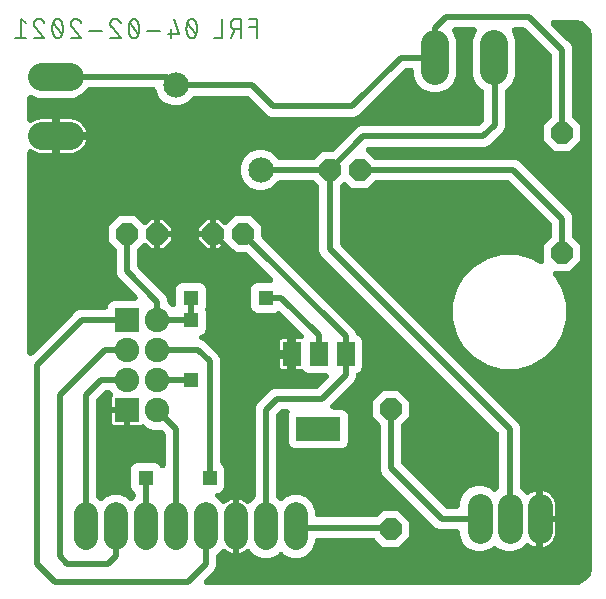
<source format=gbr>
G04 EAGLE Gerber RS-274X export*
G75*
%MOMM*%
%FSLAX34Y34*%
%LPD*%
%INBottom Copper*%
%IPPOS*%
%AMOC8*
5,1,8,0,0,1.08239X$1,22.5*%
G01*
%ADD10C,0.152400*%
%ADD11P,1.979475X8X202.500000*%
%ADD12P,1.979475X8X22.500000*%
%ADD13C,2.133600*%
%ADD14C,2.133600*%
%ADD15P,1.979475X8X112.500000*%
%ADD16R,2.066000X2.066000*%
%ADD17C,2.066000*%
%ADD18C,2.336800*%
%ADD19R,1.498600X2.006600*%
%ADD20R,3.810000X2.006600*%
%ADD21C,2.032000*%
%ADD22C,0.508000*%
%ADD23R,1.300000X1.300000*%

G36*
X474656Y10928D02*
X474656Y10928D01*
X474766Y10928D01*
X476324Y11030D01*
X476416Y11045D01*
X476509Y11049D01*
X476715Y11091D01*
X476769Y11099D01*
X476787Y11106D01*
X476815Y11111D01*
X479826Y11918D01*
X479991Y11978D01*
X480158Y12032D01*
X480213Y12060D01*
X480249Y12073D01*
X480303Y12104D01*
X480438Y12172D01*
X483137Y13730D01*
X483281Y13831D01*
X483429Y13926D01*
X483475Y13967D01*
X483505Y13989D01*
X483550Y14033D01*
X483663Y14133D01*
X485867Y16337D01*
X485980Y16472D01*
X486097Y16602D01*
X486131Y16654D01*
X486155Y16682D01*
X486187Y16737D01*
X486270Y16863D01*
X487828Y19562D01*
X487838Y19583D01*
X487851Y19602D01*
X487913Y19742D01*
X487983Y19878D01*
X488002Y19937D01*
X488018Y19970D01*
X488024Y19992D01*
X488033Y20014D01*
X488047Y20069D01*
X488082Y20174D01*
X488889Y23185D01*
X488905Y23276D01*
X488930Y23366D01*
X488957Y23575D01*
X488966Y23628D01*
X488966Y23647D01*
X488970Y23676D01*
X489072Y25234D01*
X489071Y25290D01*
X489077Y25400D01*
X489077Y474600D01*
X489072Y474656D01*
X489072Y474766D01*
X488970Y476324D01*
X488955Y476416D01*
X488951Y476509D01*
X488909Y476715D01*
X488901Y476769D01*
X488894Y476787D01*
X488889Y476815D01*
X488082Y479826D01*
X488022Y479991D01*
X487968Y480158D01*
X487940Y480213D01*
X487927Y480249D01*
X487896Y480303D01*
X487828Y480438D01*
X486270Y483137D01*
X486169Y483281D01*
X486074Y483429D01*
X486033Y483475D01*
X486011Y483505D01*
X485967Y483550D01*
X485867Y483663D01*
X483663Y485867D01*
X483528Y485980D01*
X483398Y486097D01*
X483346Y486131D01*
X483318Y486155D01*
X483263Y486187D01*
X483137Y486270D01*
X480438Y487828D01*
X480279Y487902D01*
X480122Y487983D01*
X480064Y488002D01*
X480030Y488018D01*
X479969Y488034D01*
X479826Y488082D01*
X476815Y488889D01*
X476724Y488905D01*
X476634Y488930D01*
X476425Y488957D01*
X476372Y488966D01*
X476353Y488966D01*
X476324Y488970D01*
X474766Y489072D01*
X474710Y489071D01*
X474600Y489077D01*
X456367Y489077D01*
X456238Y489066D01*
X456108Y489064D01*
X456014Y489046D01*
X455919Y489037D01*
X455793Y489003D01*
X455666Y488978D01*
X455576Y488944D01*
X455484Y488919D01*
X455367Y488863D01*
X455246Y488816D01*
X455164Y488766D01*
X455078Y488725D01*
X454972Y488650D01*
X454861Y488582D01*
X454789Y488519D01*
X454712Y488463D01*
X454621Y488370D01*
X454524Y488284D01*
X454464Y488209D01*
X454398Y488141D01*
X454325Y488033D01*
X454244Y487931D01*
X454199Y487847D01*
X454145Y487768D01*
X454093Y487649D01*
X454031Y487534D01*
X454002Y487443D01*
X453963Y487356D01*
X453932Y487229D01*
X453892Y487106D01*
X453879Y487011D01*
X453857Y486918D01*
X453849Y486789D01*
X453831Y486660D01*
X453835Y486564D01*
X453829Y486469D01*
X453844Y486340D01*
X453849Y486210D01*
X453870Y486117D01*
X453881Y486022D01*
X453919Y485897D01*
X453947Y485770D01*
X453984Y485682D01*
X454011Y485591D01*
X454070Y485475D01*
X454120Y485355D01*
X454172Y485274D01*
X454216Y485189D01*
X454294Y485086D01*
X454365Y484977D01*
X454451Y484879D01*
X454488Y484831D01*
X454520Y484800D01*
X454572Y484742D01*
X468085Y471229D01*
X470872Y468442D01*
X472187Y465268D01*
X472187Y407669D01*
X472201Y407505D01*
X472208Y407341D01*
X472221Y407281D01*
X472227Y407220D01*
X472270Y407061D01*
X472306Y406901D01*
X472329Y406845D01*
X472345Y406786D01*
X472416Y406637D01*
X472479Y406486D01*
X472512Y406434D01*
X472539Y406379D01*
X472634Y406246D01*
X472724Y406107D01*
X472775Y406050D01*
X472801Y406013D01*
X472844Y405971D01*
X472930Y405873D01*
X478791Y400013D01*
X478791Y387387D01*
X469863Y378459D01*
X457237Y378459D01*
X448309Y387387D01*
X448309Y400013D01*
X454170Y405873D01*
X454275Y405999D01*
X454387Y406120D01*
X454419Y406172D01*
X454458Y406219D01*
X454540Y406361D01*
X454628Y406500D01*
X454652Y406557D01*
X454682Y406609D01*
X454737Y406764D01*
X454799Y406917D01*
X454812Y406976D01*
X454833Y407034D01*
X454859Y407196D01*
X454894Y407357D01*
X454899Y407434D01*
X454906Y407478D01*
X454905Y407539D01*
X454913Y407669D01*
X454913Y458921D01*
X454899Y459084D01*
X454892Y459249D01*
X454879Y459308D01*
X454873Y459369D01*
X454830Y459528D01*
X454794Y459688D01*
X454771Y459745D01*
X454755Y459804D01*
X454684Y459952D01*
X454621Y460104D01*
X454588Y460155D01*
X454561Y460210D01*
X454466Y460344D01*
X454376Y460482D01*
X454325Y460540D01*
X454299Y460576D01*
X454256Y460619D01*
X454170Y460716D01*
X432775Y482111D01*
X432649Y482216D01*
X432528Y482328D01*
X432477Y482360D01*
X432430Y482399D01*
X432287Y482481D01*
X432148Y482569D01*
X432092Y482593D01*
X432039Y482623D01*
X431884Y482678D01*
X431732Y482740D01*
X431672Y482753D01*
X431615Y482774D01*
X431452Y482800D01*
X431292Y482835D01*
X431215Y482840D01*
X431170Y482847D01*
X431109Y482846D01*
X430980Y482854D01*
X423405Y482854D01*
X423323Y482847D01*
X423241Y482849D01*
X423100Y482827D01*
X422957Y482814D01*
X422877Y482793D01*
X422796Y482780D01*
X422661Y482734D01*
X422522Y482696D01*
X422448Y482660D01*
X422370Y482634D01*
X422245Y482564D01*
X422116Y482502D01*
X422049Y482455D01*
X421977Y482414D01*
X421866Y482324D01*
X421750Y482240D01*
X421692Y482181D01*
X421629Y482129D01*
X421536Y482020D01*
X421436Y481918D01*
X421389Y481849D01*
X421336Y481787D01*
X421264Y481663D01*
X421184Y481545D01*
X421150Y481469D01*
X421109Y481398D01*
X421059Y481264D01*
X421001Y481133D01*
X420982Y481053D01*
X420953Y480975D01*
X420929Y480834D01*
X420895Y480695D01*
X420890Y480613D01*
X420875Y480532D01*
X420876Y480389D01*
X420867Y480246D01*
X420877Y480164D01*
X420877Y480082D01*
X420902Y479941D01*
X420919Y479799D01*
X420943Y479720D01*
X420958Y479639D01*
X421038Y479405D01*
X421049Y479368D01*
X421054Y479358D01*
X421059Y479343D01*
X423927Y472421D01*
X423927Y441979D01*
X421220Y435444D01*
X416047Y430271D01*
X416036Y430263D01*
X415869Y430136D01*
X415860Y430126D01*
X415849Y430118D01*
X415707Y429960D01*
X415563Y429805D01*
X415556Y429794D01*
X415548Y429784D01*
X415436Y429604D01*
X415322Y429425D01*
X415317Y429413D01*
X415310Y429402D01*
X415231Y429205D01*
X415151Y429008D01*
X415148Y428996D01*
X415143Y428983D01*
X415101Y428776D01*
X415056Y428568D01*
X415055Y428553D01*
X415053Y428542D01*
X415052Y428503D01*
X415037Y428256D01*
X415037Y398332D01*
X413722Y395158D01*
X401767Y383203D01*
X398593Y381888D01*
X299904Y381888D01*
X299741Y381874D01*
X299576Y381867D01*
X299517Y381854D01*
X299456Y381848D01*
X299297Y381805D01*
X299137Y381769D01*
X299080Y381746D01*
X299021Y381730D01*
X298873Y381659D01*
X298721Y381596D01*
X298670Y381563D01*
X298615Y381536D01*
X298481Y381441D01*
X298343Y381351D01*
X298285Y381300D01*
X298249Y381274D01*
X298206Y381231D01*
X298109Y381145D01*
X298079Y381115D01*
X298057Y381089D01*
X298031Y381066D01*
X297969Y380987D01*
X297935Y380952D01*
X297901Y380902D01*
X297791Y380770D01*
X297773Y380740D01*
X297752Y380713D01*
X297662Y380545D01*
X297567Y380379D01*
X297556Y380346D01*
X297539Y380316D01*
X297480Y380134D01*
X297416Y379955D01*
X297411Y379920D01*
X297400Y379888D01*
X297374Y379699D01*
X297343Y379510D01*
X297343Y379476D01*
X297339Y379441D01*
X297346Y379251D01*
X297349Y379060D01*
X297356Y379026D01*
X297357Y378992D01*
X297398Y378806D01*
X297435Y378618D01*
X297447Y378586D01*
X297455Y378552D01*
X297528Y378376D01*
X297597Y378198D01*
X297615Y378168D01*
X297628Y378137D01*
X297731Y377977D01*
X297831Y377813D01*
X297854Y377787D01*
X297872Y377758D01*
X298079Y377524D01*
X304273Y371330D01*
X304399Y371225D01*
X304520Y371113D01*
X304572Y371081D01*
X304619Y371042D01*
X304761Y370960D01*
X304900Y370872D01*
X304957Y370848D01*
X305010Y370818D01*
X305164Y370763D01*
X305317Y370701D01*
X305376Y370688D01*
X305434Y370667D01*
X305596Y370641D01*
X305757Y370606D01*
X305834Y370601D01*
X305878Y370594D01*
X305939Y370595D01*
X306069Y370587D01*
X423993Y370587D01*
X427167Y369272D01*
X470872Y325567D01*
X472187Y322393D01*
X472187Y306069D01*
X472201Y305905D01*
X472208Y305741D01*
X472221Y305681D01*
X472227Y305620D01*
X472270Y305461D01*
X472306Y305301D01*
X472329Y305245D01*
X472345Y305186D01*
X472416Y305037D01*
X472479Y304886D01*
X472512Y304834D01*
X472539Y304779D01*
X472634Y304646D01*
X472724Y304507D01*
X472775Y304450D01*
X472801Y304413D01*
X472844Y304371D01*
X472930Y304273D01*
X478791Y298413D01*
X478791Y285787D01*
X469863Y276859D01*
X458198Y276859D01*
X458068Y276848D01*
X457938Y276846D01*
X457845Y276828D01*
X457749Y276819D01*
X457624Y276785D01*
X457496Y276760D01*
X457407Y276726D01*
X457315Y276701D01*
X457198Y276645D01*
X457076Y276598D01*
X456994Y276548D01*
X456908Y276507D01*
X456803Y276432D01*
X456691Y276364D01*
X456620Y276301D01*
X456542Y276245D01*
X456451Y276152D01*
X456354Y276066D01*
X456295Y275991D01*
X456228Y275923D01*
X456155Y275815D01*
X456075Y275713D01*
X456029Y275629D01*
X455976Y275550D01*
X455923Y275431D01*
X455862Y275316D01*
X455833Y275225D01*
X455794Y275138D01*
X455763Y275011D01*
X455723Y274888D01*
X455710Y274793D01*
X455687Y274700D01*
X455679Y274571D01*
X455661Y274442D01*
X455665Y274346D01*
X455659Y274251D01*
X455674Y274122D01*
X455680Y273992D01*
X455700Y273899D01*
X455712Y273804D01*
X455749Y273679D01*
X455777Y273552D01*
X455814Y273464D01*
X455842Y273373D01*
X455901Y273257D01*
X455951Y273137D01*
X456003Y273057D01*
X456046Y272971D01*
X456125Y272868D01*
X456195Y272759D01*
X456281Y272661D01*
X456318Y272613D01*
X456351Y272582D01*
X456402Y272524D01*
X457515Y271412D01*
X463835Y260465D01*
X467107Y248255D01*
X467107Y235615D01*
X463835Y223405D01*
X457515Y212458D01*
X448577Y203520D01*
X437630Y197200D01*
X425420Y193928D01*
X412780Y193928D01*
X400570Y197200D01*
X389623Y203520D01*
X380685Y212458D01*
X374365Y223405D01*
X371093Y235615D01*
X371093Y248255D01*
X374365Y260465D01*
X380685Y271412D01*
X389623Y280350D01*
X400570Y286670D01*
X412780Y289942D01*
X425420Y289942D01*
X437630Y286670D01*
X444500Y282703D01*
X444521Y282694D01*
X444540Y282681D01*
X444725Y282599D01*
X444909Y282514D01*
X444931Y282508D01*
X444952Y282499D01*
X445149Y282451D01*
X445344Y282399D01*
X445367Y282397D01*
X445390Y282392D01*
X445591Y282379D01*
X445793Y282363D01*
X445816Y282366D01*
X445839Y282364D01*
X446040Y282388D01*
X446241Y282407D01*
X446263Y282414D01*
X446286Y282416D01*
X446481Y282475D01*
X446674Y282530D01*
X446695Y282540D01*
X446717Y282547D01*
X446898Y282639D01*
X447079Y282727D01*
X447098Y282740D01*
X447119Y282751D01*
X447280Y282873D01*
X447443Y282992D01*
X447459Y283009D01*
X447477Y283023D01*
X447615Y283172D01*
X447754Y283318D01*
X447767Y283337D01*
X447783Y283354D01*
X447891Y283525D01*
X448003Y283693D01*
X448012Y283714D01*
X448024Y283734D01*
X448101Y283921D01*
X448181Y284107D01*
X448187Y284129D01*
X448195Y284150D01*
X448238Y284348D01*
X448284Y284545D01*
X448285Y284568D01*
X448290Y284591D01*
X448309Y284903D01*
X448309Y298413D01*
X454170Y304273D01*
X454275Y304399D01*
X454387Y304520D01*
X454419Y304572D01*
X454458Y304619D01*
X454540Y304761D01*
X454628Y304900D01*
X454652Y304957D01*
X454682Y305009D01*
X454737Y305164D01*
X454799Y305317D01*
X454812Y305376D01*
X454833Y305434D01*
X454859Y305596D01*
X454894Y305757D01*
X454899Y305834D01*
X454906Y305878D01*
X454905Y305939D01*
X454913Y306069D01*
X454913Y316046D01*
X454899Y316209D01*
X454892Y316374D01*
X454879Y316433D01*
X454873Y316494D01*
X454830Y316653D01*
X454794Y316813D01*
X454771Y316870D01*
X454755Y316929D01*
X454684Y317077D01*
X454621Y317229D01*
X454588Y317280D01*
X454561Y317335D01*
X454466Y317469D01*
X454376Y317607D01*
X454325Y317665D01*
X454299Y317701D01*
X454256Y317744D01*
X454170Y317841D01*
X419441Y352570D01*
X419315Y352675D01*
X419194Y352787D01*
X419143Y352819D01*
X419096Y352858D01*
X418953Y352940D01*
X418814Y353028D01*
X418758Y353052D01*
X418705Y353082D01*
X418550Y353137D01*
X418398Y353199D01*
X418338Y353212D01*
X418281Y353233D01*
X418118Y353259D01*
X417958Y353294D01*
X417881Y353299D01*
X417836Y353306D01*
X417775Y353305D01*
X417646Y353313D01*
X306069Y353313D01*
X305905Y353299D01*
X305741Y353292D01*
X305681Y353279D01*
X305620Y353273D01*
X305461Y353230D01*
X305301Y353194D01*
X305245Y353171D01*
X305186Y353155D01*
X305038Y353084D01*
X304886Y353021D01*
X304834Y352988D01*
X304779Y352961D01*
X304646Y352866D01*
X304507Y352776D01*
X304450Y352725D01*
X304413Y352699D01*
X304371Y352656D01*
X304273Y352570D01*
X298413Y346709D01*
X285787Y346709D01*
X281196Y351301D01*
X281169Y351323D01*
X281146Y351349D01*
X280997Y351467D01*
X280850Y351590D01*
X280820Y351607D01*
X280793Y351628D01*
X280625Y351718D01*
X280459Y351813D01*
X280427Y351825D01*
X280396Y351841D01*
X280215Y351900D01*
X280035Y351964D01*
X280001Y351970D01*
X279968Y351980D01*
X279779Y352006D01*
X279591Y352037D01*
X279556Y352037D01*
X279522Y352042D01*
X279331Y352034D01*
X279141Y352031D01*
X279106Y352025D01*
X279072Y352023D01*
X278886Y351982D01*
X278698Y351946D01*
X278666Y351933D01*
X278632Y351926D01*
X278456Y351852D01*
X278278Y351783D01*
X278249Y351765D01*
X278217Y351752D01*
X278057Y351649D01*
X277894Y351550D01*
X277868Y351527D01*
X277839Y351508D01*
X277604Y351301D01*
X276080Y349777D01*
X275975Y349651D01*
X275863Y349530D01*
X275831Y349478D01*
X275792Y349431D01*
X275710Y349289D01*
X275622Y349150D01*
X275598Y349093D01*
X275568Y349040D01*
X275513Y348886D01*
X275451Y348733D01*
X275438Y348674D01*
X275417Y348616D01*
X275391Y348454D01*
X275356Y348293D01*
X275351Y348216D01*
X275344Y348172D01*
X275345Y348111D01*
X275337Y347981D01*
X275337Y299904D01*
X275351Y299741D01*
X275358Y299576D01*
X275371Y299517D01*
X275377Y299456D01*
X275420Y299297D01*
X275456Y299137D01*
X275479Y299080D01*
X275495Y299021D01*
X275566Y298873D01*
X275629Y298721D01*
X275662Y298670D01*
X275689Y298615D01*
X275784Y298481D01*
X275874Y298343D01*
X275925Y298285D01*
X275951Y298249D01*
X275994Y298206D01*
X276080Y298109D01*
X426422Y147767D01*
X427737Y144593D01*
X427737Y93467D01*
X427751Y93303D01*
X427758Y93139D01*
X427771Y93079D01*
X427777Y93018D01*
X427820Y92860D01*
X427856Y92699D01*
X427879Y92643D01*
X427895Y92584D01*
X427966Y92436D01*
X428029Y92284D01*
X428062Y92232D01*
X428089Y92177D01*
X428184Y92044D01*
X428274Y91906D01*
X428325Y91848D01*
X428351Y91811D01*
X428394Y91769D01*
X428480Y91671D01*
X432531Y87621D01*
X432577Y87582D01*
X432618Y87538D01*
X432750Y87438D01*
X432876Y87332D01*
X432928Y87302D01*
X432977Y87266D01*
X433124Y87191D01*
X433267Y87109D01*
X433324Y87089D01*
X433378Y87061D01*
X433536Y87013D01*
X433691Y86958D01*
X433751Y86948D01*
X433809Y86931D01*
X433973Y86912D01*
X434135Y86885D01*
X434196Y86886D01*
X434256Y86879D01*
X434421Y86889D01*
X434586Y86891D01*
X434645Y86902D01*
X434706Y86906D01*
X434866Y86945D01*
X435028Y86976D01*
X435084Y86998D01*
X435143Y87013D01*
X435294Y87079D01*
X435448Y87139D01*
X435500Y87170D01*
X435555Y87195D01*
X435819Y87363D01*
X437577Y88640D01*
X439430Y89584D01*
X441407Y90226D01*
X441707Y90274D01*
X441707Y66929D01*
X441710Y66895D01*
X441708Y66860D01*
X441725Y66713D01*
X441707Y66421D01*
X441707Y43076D01*
X441407Y43124D01*
X439430Y43766D01*
X437577Y44710D01*
X435819Y45987D01*
X435767Y46019D01*
X435719Y46056D01*
X435604Y46118D01*
X435495Y46187D01*
X435463Y46201D01*
X435432Y46219D01*
X435376Y46240D01*
X435322Y46269D01*
X435198Y46309D01*
X435078Y46358D01*
X435045Y46366D01*
X435011Y46378D01*
X434952Y46389D01*
X434894Y46408D01*
X434764Y46426D01*
X434638Y46453D01*
X434597Y46456D01*
X434569Y46461D01*
X434508Y46461D01*
X434448Y46470D01*
X434401Y46468D01*
X434326Y46472D01*
X434224Y46463D01*
X434118Y46464D01*
X434059Y46454D01*
X433998Y46451D01*
X433937Y46438D01*
X433877Y46432D01*
X433778Y46405D01*
X433675Y46387D01*
X433618Y46367D01*
X433558Y46354D01*
X433501Y46330D01*
X433443Y46314D01*
X433350Y46270D01*
X433251Y46234D01*
X433199Y46203D01*
X433143Y46180D01*
X433091Y46146D01*
X433036Y46120D01*
X432953Y46060D01*
X432862Y46008D01*
X432816Y45969D01*
X432765Y45936D01*
X432707Y45884D01*
X432670Y45858D01*
X432628Y45815D01*
X432531Y45729D01*
X428596Y41795D01*
X422435Y39242D01*
X415765Y39242D01*
X409604Y41795D01*
X408196Y43203D01*
X408169Y43225D01*
X408146Y43251D01*
X408036Y43338D01*
X407962Y43406D01*
X407921Y43432D01*
X407850Y43491D01*
X407820Y43509D01*
X407793Y43530D01*
X407630Y43617D01*
X407582Y43648D01*
X407561Y43657D01*
X407459Y43715D01*
X407427Y43726D01*
X407396Y43743D01*
X407215Y43802D01*
X407035Y43866D01*
X407001Y43871D01*
X406968Y43882D01*
X406779Y43908D01*
X406591Y43939D01*
X406556Y43939D01*
X406522Y43943D01*
X406331Y43936D01*
X406140Y43933D01*
X406106Y43926D01*
X406072Y43925D01*
X405886Y43884D01*
X405698Y43847D01*
X405666Y43835D01*
X405632Y43827D01*
X405509Y43776D01*
X405504Y43775D01*
X405490Y43768D01*
X405457Y43754D01*
X405278Y43685D01*
X405249Y43667D01*
X405217Y43654D01*
X405124Y43594D01*
X405097Y43581D01*
X405040Y43540D01*
X404894Y43451D01*
X404868Y43428D01*
X404839Y43410D01*
X404758Y43338D01*
X404731Y43319D01*
X404699Y43286D01*
X404604Y43203D01*
X403196Y41795D01*
X397035Y39242D01*
X390365Y39242D01*
X384204Y41795D01*
X379488Y46511D01*
X376935Y52672D01*
X376935Y55499D01*
X376932Y55534D01*
X376934Y55568D01*
X376912Y55757D01*
X376895Y55948D01*
X376886Y55981D01*
X376882Y56015D01*
X376827Y56198D01*
X376777Y56382D01*
X376762Y56413D01*
X376752Y56446D01*
X376665Y56617D01*
X376583Y56789D01*
X376563Y56817D01*
X376548Y56848D01*
X376432Y57000D01*
X376321Y57155D01*
X376296Y57179D01*
X376276Y57206D01*
X376136Y57335D01*
X375999Y57469D01*
X375970Y57488D01*
X375944Y57512D01*
X375783Y57614D01*
X375626Y57721D01*
X375594Y57735D01*
X375565Y57753D01*
X375388Y57826D01*
X375214Y57903D01*
X375180Y57911D01*
X375148Y57924D01*
X374961Y57964D01*
X374776Y58010D01*
X374742Y58012D01*
X374708Y58019D01*
X374396Y58038D01*
X360232Y58038D01*
X357058Y59353D01*
X311337Y105074D01*
X310022Y108249D01*
X310022Y145646D01*
X310007Y145810D01*
X310000Y145974D01*
X309987Y146034D01*
X309982Y146095D01*
X309939Y146254D01*
X309903Y146414D01*
X309879Y146470D01*
X309863Y146529D01*
X309793Y146677D01*
X309729Y146829D01*
X309696Y146881D01*
X309670Y146936D01*
X309574Y147069D01*
X309485Y147208D01*
X309434Y147265D01*
X309408Y147302D01*
X309364Y147344D01*
X309278Y147442D01*
X303418Y153302D01*
X303418Y165928D01*
X312346Y174856D01*
X324971Y174856D01*
X333899Y165928D01*
X333899Y153302D01*
X328039Y147442D01*
X327933Y147316D01*
X327822Y147195D01*
X327789Y147143D01*
X327750Y147096D01*
X327669Y146954D01*
X327580Y146815D01*
X327557Y146758D01*
X327527Y146705D01*
X327472Y146551D01*
X327409Y146398D01*
X327396Y146339D01*
X327376Y146281D01*
X327349Y146119D01*
X327314Y145958D01*
X327310Y145881D01*
X327302Y145837D01*
X327303Y145776D01*
X327295Y145646D01*
X327295Y114596D01*
X327310Y114432D01*
X327317Y114268D01*
X327330Y114208D01*
X327335Y114147D01*
X327378Y113988D01*
X327414Y113828D01*
X327438Y113772D01*
X327454Y113713D01*
X327524Y113565D01*
X327588Y113413D01*
X327621Y113361D01*
X327647Y113306D01*
X327743Y113173D01*
X327832Y113034D01*
X327883Y112977D01*
X327909Y112940D01*
X327953Y112898D01*
X328039Y112800D01*
X364784Y76055D01*
X364910Y75950D01*
X365031Y75838D01*
X365082Y75806D01*
X365129Y75767D01*
X365272Y75685D01*
X365411Y75597D01*
X365467Y75573D01*
X365520Y75543D01*
X365675Y75488D01*
X365827Y75426D01*
X365887Y75413D01*
X365944Y75392D01*
X366107Y75366D01*
X366267Y75331D01*
X366344Y75326D01*
X366389Y75319D01*
X366450Y75320D01*
X366579Y75312D01*
X374396Y75312D01*
X374431Y75315D01*
X374465Y75313D01*
X374654Y75335D01*
X374845Y75352D01*
X374878Y75361D01*
X374912Y75365D01*
X375095Y75420D01*
X375279Y75470D01*
X375310Y75485D01*
X375343Y75495D01*
X375514Y75582D01*
X375686Y75664D01*
X375714Y75684D01*
X375745Y75699D01*
X375897Y75815D01*
X376052Y75926D01*
X376076Y75951D01*
X376103Y75971D01*
X376232Y76111D01*
X376366Y76248D01*
X376385Y76277D01*
X376409Y76303D01*
X376511Y76464D01*
X376618Y76621D01*
X376632Y76653D01*
X376650Y76682D01*
X376723Y76859D01*
X376800Y77033D01*
X376808Y77067D01*
X376821Y77099D01*
X376861Y77286D01*
X376907Y77471D01*
X376909Y77505D01*
X376916Y77539D01*
X376935Y77851D01*
X376935Y80678D01*
X379488Y86839D01*
X384204Y91555D01*
X390365Y94108D01*
X397035Y94108D01*
X403196Y91555D01*
X404604Y90147D01*
X404631Y90125D01*
X404654Y90099D01*
X404803Y89981D01*
X404950Y89859D01*
X404980Y89841D01*
X405007Y89820D01*
X405175Y89730D01*
X405341Y89635D01*
X405373Y89624D01*
X405404Y89607D01*
X405585Y89548D01*
X405765Y89484D01*
X405799Y89479D01*
X405832Y89468D01*
X406021Y89442D01*
X406209Y89411D01*
X406244Y89411D01*
X406278Y89407D01*
X406469Y89414D01*
X406659Y89417D01*
X406694Y89424D01*
X406728Y89425D01*
X406914Y89466D01*
X407102Y89503D01*
X407134Y89515D01*
X407168Y89523D01*
X407344Y89596D01*
X407522Y89665D01*
X407551Y89683D01*
X407583Y89696D01*
X407744Y89800D01*
X407906Y89899D01*
X407932Y89922D01*
X407961Y89940D01*
X408196Y90147D01*
X409720Y91671D01*
X409825Y91798D01*
X409937Y91919D01*
X409969Y91970D01*
X410008Y92017D01*
X410090Y92160D01*
X410178Y92298D01*
X410202Y92355D01*
X410232Y92408D01*
X410287Y92563D01*
X410349Y92715D01*
X410362Y92775D01*
X410383Y92832D01*
X410409Y92994D01*
X410444Y93155D01*
X410449Y93232D01*
X410456Y93276D01*
X410455Y93337D01*
X410463Y93467D01*
X410463Y138246D01*
X410449Y138409D01*
X410442Y138574D01*
X410429Y138633D01*
X410423Y138694D01*
X410380Y138853D01*
X410344Y139013D01*
X410321Y139070D01*
X410305Y139129D01*
X410234Y139277D01*
X410171Y139429D01*
X410138Y139480D01*
X410111Y139535D01*
X410016Y139669D01*
X409926Y139807D01*
X409875Y139865D01*
X409849Y139901D01*
X409806Y139944D01*
X409720Y140041D01*
X259378Y290383D01*
X258063Y293557D01*
X258063Y347981D01*
X258049Y348145D01*
X258042Y348309D01*
X258029Y348369D01*
X258023Y348430D01*
X257980Y348589D01*
X257944Y348749D01*
X257921Y348805D01*
X257905Y348864D01*
X257834Y349012D01*
X257771Y349164D01*
X257738Y349216D01*
X257711Y349271D01*
X257616Y349404D01*
X257526Y349543D01*
X257475Y349600D01*
X257449Y349637D01*
X257406Y349679D01*
X257320Y349777D01*
X254593Y352503D01*
X254467Y352609D01*
X254346Y352720D01*
X254294Y352753D01*
X254248Y352792D01*
X254105Y352874D01*
X253966Y352962D01*
X253910Y352985D01*
X253857Y353016D01*
X253702Y353071D01*
X253550Y353133D01*
X253490Y353146D01*
X253432Y353166D01*
X253270Y353193D01*
X253109Y353228D01*
X253032Y353233D01*
X252988Y353240D01*
X252927Y353239D01*
X252797Y353247D01*
X224425Y353247D01*
X224261Y353233D01*
X224097Y353226D01*
X224037Y353213D01*
X223976Y353207D01*
X223818Y353164D01*
X223657Y353128D01*
X223601Y353105D01*
X223542Y353089D01*
X223394Y353018D01*
X223242Y352955D01*
X223190Y352921D01*
X223135Y352895D01*
X223002Y352800D01*
X222864Y352710D01*
X222806Y352659D01*
X222769Y352633D01*
X222727Y352590D01*
X222629Y352503D01*
X217797Y347671D01*
X211636Y345119D01*
X204966Y345119D01*
X198804Y347671D01*
X194088Y352387D01*
X191536Y358549D01*
X191536Y365219D01*
X194088Y371380D01*
X198804Y376096D01*
X204966Y378649D01*
X211636Y378649D01*
X217797Y376096D01*
X222629Y371264D01*
X222756Y371159D01*
X222876Y371047D01*
X222928Y371015D01*
X222975Y370975D01*
X223117Y370894D01*
X223256Y370806D01*
X223313Y370782D01*
X223366Y370752D01*
X223521Y370697D01*
X223673Y370635D01*
X223732Y370622D01*
X223790Y370601D01*
X223952Y370574D01*
X224113Y370540D01*
X224190Y370535D01*
X224234Y370528D01*
X224295Y370529D01*
X224425Y370521D01*
X252665Y370521D01*
X252829Y370535D01*
X252993Y370542D01*
X253053Y370555D01*
X253114Y370561D01*
X253273Y370604D01*
X253433Y370639D01*
X253489Y370663D01*
X253548Y370679D01*
X253696Y370749D01*
X253848Y370813D01*
X253900Y370846D01*
X253955Y370872D01*
X254088Y370968D01*
X254227Y371057D01*
X254284Y371108D01*
X254321Y371135D01*
X254363Y371178D01*
X254461Y371264D01*
X260387Y377191D01*
X268675Y377191D01*
X268838Y377205D01*
X269003Y377212D01*
X269062Y377225D01*
X269123Y377231D01*
X269282Y377274D01*
X269442Y377310D01*
X269499Y377333D01*
X269558Y377349D01*
X269706Y377420D01*
X269858Y377483D01*
X269909Y377516D01*
X269964Y377543D01*
X270098Y377638D01*
X270236Y377728D01*
X270294Y377779D01*
X270330Y377805D01*
X270373Y377848D01*
X270470Y377934D01*
X290383Y397847D01*
X293557Y399162D01*
X392246Y399162D01*
X392409Y399176D01*
X392574Y399183D01*
X392633Y399196D01*
X392694Y399202D01*
X392853Y399245D01*
X393013Y399281D01*
X393070Y399304D01*
X393129Y399320D01*
X393277Y399391D01*
X393429Y399454D01*
X393480Y399487D01*
X393535Y399514D01*
X393669Y399609D01*
X393807Y399699D01*
X393865Y399750D01*
X393901Y399776D01*
X393944Y399819D01*
X394041Y399905D01*
X397020Y402884D01*
X397125Y403010D01*
X397237Y403131D01*
X397269Y403182D01*
X397308Y403229D01*
X397390Y403372D01*
X397478Y403511D01*
X397502Y403567D01*
X397532Y403620D01*
X397587Y403775D01*
X397649Y403927D01*
X397662Y403987D01*
X397683Y404044D01*
X397709Y404207D01*
X397744Y404367D01*
X397749Y404444D01*
X397756Y404489D01*
X397755Y404550D01*
X397763Y404679D01*
X397763Y428046D01*
X397744Y428258D01*
X397728Y428468D01*
X397725Y428481D01*
X397723Y428494D01*
X397667Y428699D01*
X397614Y428904D01*
X397608Y428916D01*
X397605Y428929D01*
X397514Y429119D01*
X397425Y429313D01*
X397417Y429323D01*
X397411Y429335D01*
X397288Y429507D01*
X397166Y429681D01*
X397157Y429691D01*
X397149Y429701D01*
X396997Y429849D01*
X396847Y429999D01*
X396836Y430006D01*
X396827Y430015D01*
X396651Y430134D01*
X396477Y430255D01*
X396462Y430262D01*
X396454Y430268D01*
X396417Y430284D01*
X396196Y430392D01*
X396074Y430442D01*
X391072Y435444D01*
X388365Y441979D01*
X388365Y472421D01*
X391233Y479343D01*
X391257Y479422D01*
X391291Y479497D01*
X391325Y479636D01*
X391367Y479773D01*
X391378Y479855D01*
X391397Y479935D01*
X391406Y480077D01*
X391424Y480220D01*
X391420Y480302D01*
X391425Y480384D01*
X391408Y480526D01*
X391401Y480669D01*
X391382Y480749D01*
X391373Y480831D01*
X391331Y480969D01*
X391299Y481108D01*
X391267Y481183D01*
X391243Y481262D01*
X391178Y481390D01*
X391121Y481521D01*
X391076Y481590D01*
X391038Y481664D01*
X390952Y481778D01*
X390873Y481897D01*
X390816Y481957D01*
X390766Y482022D01*
X390661Y482119D01*
X390562Y482223D01*
X390496Y482272D01*
X390435Y482328D01*
X390314Y482405D01*
X390199Y482489D01*
X390125Y482525D01*
X390055Y482569D01*
X389923Y482624D01*
X389794Y482687D01*
X389715Y482709D01*
X389639Y482740D01*
X389499Y482770D01*
X389361Y482810D01*
X389279Y482818D01*
X389199Y482835D01*
X388953Y482850D01*
X388913Y482854D01*
X388902Y482853D01*
X388887Y482854D01*
X373113Y482854D01*
X373031Y482847D01*
X372949Y482849D01*
X372808Y482827D01*
X372665Y482814D01*
X372585Y482793D01*
X372504Y482780D01*
X372369Y482734D01*
X372230Y482696D01*
X372156Y482660D01*
X372078Y482634D01*
X371953Y482564D01*
X371824Y482502D01*
X371757Y482455D01*
X371685Y482414D01*
X371574Y482324D01*
X371458Y482240D01*
X371400Y482181D01*
X371337Y482129D01*
X371244Y482020D01*
X371144Y481918D01*
X371097Y481849D01*
X371044Y481787D01*
X370972Y481663D01*
X370892Y481545D01*
X370858Y481469D01*
X370817Y481398D01*
X370767Y481264D01*
X370709Y481133D01*
X370690Y481053D01*
X370661Y480975D01*
X370637Y480834D01*
X370603Y480695D01*
X370598Y480613D01*
X370583Y480532D01*
X370584Y480389D01*
X370575Y480246D01*
X370585Y480164D01*
X370585Y480082D01*
X370610Y479941D01*
X370627Y479799D01*
X370651Y479720D01*
X370666Y479639D01*
X370746Y479405D01*
X370757Y479368D01*
X370762Y479358D01*
X370767Y479343D01*
X373635Y472421D01*
X373635Y441979D01*
X370928Y435444D01*
X365926Y430442D01*
X359391Y427735D01*
X352317Y427735D01*
X345782Y430442D01*
X340780Y435444D01*
X338073Y441979D01*
X338073Y446024D01*
X338070Y446059D01*
X338072Y446093D01*
X338050Y446282D01*
X338033Y446473D01*
X338024Y446506D01*
X338020Y446540D01*
X337965Y446723D01*
X337915Y446907D01*
X337900Y446938D01*
X337890Y446971D01*
X337803Y447142D01*
X337721Y447314D01*
X337701Y447342D01*
X337686Y447373D01*
X337570Y447525D01*
X337459Y447680D01*
X337434Y447704D01*
X337414Y447731D01*
X337274Y447860D01*
X337137Y447994D01*
X337108Y448013D01*
X337082Y448037D01*
X336921Y448139D01*
X336764Y448246D01*
X336732Y448260D01*
X336703Y448278D01*
X336526Y448351D01*
X336352Y448428D01*
X336318Y448436D01*
X336286Y448449D01*
X336099Y448489D01*
X335914Y448535D01*
X335880Y448537D01*
X335846Y448544D01*
X335534Y448563D01*
X331908Y448563D01*
X331745Y448549D01*
X331580Y448542D01*
X331521Y448529D01*
X331460Y448523D01*
X331301Y448480D01*
X331141Y448444D01*
X331084Y448421D01*
X331025Y448405D01*
X330877Y448334D01*
X330725Y448271D01*
X330674Y448238D01*
X330619Y448211D01*
X330485Y448116D01*
X330347Y448026D01*
X330289Y447975D01*
X330253Y447949D01*
X330210Y447906D01*
X330113Y447820D01*
X290896Y408603D01*
X287722Y407288D01*
X217357Y407288D01*
X214183Y408603D01*
X198440Y424345D01*
X198314Y424451D01*
X198193Y424562D01*
X198142Y424595D01*
X198095Y424634D01*
X197952Y424716D01*
X197813Y424804D01*
X197757Y424827D01*
X197704Y424858D01*
X197549Y424913D01*
X197397Y424975D01*
X197337Y424988D01*
X197280Y425009D01*
X197117Y425035D01*
X196957Y425070D01*
X196880Y425075D01*
X196836Y425082D01*
X196774Y425081D01*
X196645Y425089D01*
X152583Y425089D01*
X152419Y425075D01*
X152255Y425068D01*
X152195Y425055D01*
X152134Y425049D01*
X151976Y425006D01*
X151815Y424970D01*
X151759Y424947D01*
X151700Y424931D01*
X151552Y424860D01*
X151400Y424797D01*
X151348Y424763D01*
X151293Y424737D01*
X151160Y424642D01*
X151021Y424552D01*
X150964Y424501D01*
X150927Y424475D01*
X150885Y424432D01*
X150787Y424345D01*
X145955Y419513D01*
X139794Y416961D01*
X133124Y416961D01*
X126962Y419513D01*
X122246Y424229D01*
X119539Y430766D01*
X119536Y430778D01*
X119522Y430806D01*
X119520Y430811D01*
X119511Y430842D01*
X119424Y431013D01*
X119342Y431185D01*
X119322Y431213D01*
X119306Y431244D01*
X119191Y431396D01*
X119080Y431551D01*
X119055Y431575D01*
X119034Y431602D01*
X118894Y431731D01*
X118758Y431865D01*
X118729Y431884D01*
X118703Y431908D01*
X118542Y432010D01*
X118384Y432117D01*
X118353Y432131D01*
X118324Y432149D01*
X118147Y432222D01*
X117973Y432299D01*
X117939Y432307D01*
X117907Y432320D01*
X117720Y432360D01*
X117535Y432406D01*
X117501Y432408D01*
X117467Y432415D01*
X117155Y432434D01*
X63974Y432434D01*
X63762Y432415D01*
X63551Y432399D01*
X63539Y432396D01*
X63525Y432394D01*
X63320Y432338D01*
X63116Y432285D01*
X63104Y432279D01*
X63091Y432276D01*
X62901Y432185D01*
X62707Y432096D01*
X62696Y432088D01*
X62684Y432082D01*
X62513Y431960D01*
X62338Y431837D01*
X62329Y431828D01*
X62318Y431820D01*
X62171Y431668D01*
X62021Y431518D01*
X62014Y431507D01*
X62004Y431498D01*
X61886Y431323D01*
X61765Y431148D01*
X61758Y431133D01*
X61752Y431125D01*
X61736Y431089D01*
X61702Y431018D01*
X56681Y425997D01*
X50146Y423290D01*
X19704Y423290D01*
X14434Y425473D01*
X14355Y425498D01*
X14280Y425531D01*
X14141Y425565D01*
X14004Y425608D01*
X13922Y425619D01*
X13842Y425638D01*
X13700Y425647D01*
X13557Y425665D01*
X13475Y425661D01*
X13393Y425666D01*
X13251Y425649D01*
X13108Y425642D01*
X13028Y425623D01*
X12946Y425614D01*
X12808Y425572D01*
X12669Y425540D01*
X12594Y425507D01*
X12515Y425483D01*
X12387Y425418D01*
X12256Y425362D01*
X12187Y425316D01*
X12113Y425279D01*
X11999Y425193D01*
X11880Y425114D01*
X11820Y425057D01*
X11755Y425007D01*
X11658Y424902D01*
X11554Y424803D01*
X11505Y424736D01*
X11449Y424676D01*
X11372Y424555D01*
X11288Y424440D01*
X11252Y424366D01*
X11208Y424296D01*
X11153Y424164D01*
X11090Y424035D01*
X11068Y423956D01*
X11037Y423880D01*
X11007Y423740D01*
X10967Y423602D01*
X10959Y423520D01*
X10942Y423439D01*
X10927Y423193D01*
X10923Y423154D01*
X10924Y423143D01*
X10923Y423127D01*
X10923Y404406D01*
X10940Y404217D01*
X10951Y404029D01*
X10959Y403993D01*
X10963Y403957D01*
X11012Y403775D01*
X11057Y403591D01*
X11072Y403558D01*
X11081Y403523D01*
X11162Y403352D01*
X11239Y403179D01*
X11259Y403149D01*
X11275Y403116D01*
X11384Y402963D01*
X11490Y402806D01*
X11516Y402780D01*
X11537Y402750D01*
X11672Y402618D01*
X11804Y402483D01*
X11833Y402461D01*
X11859Y402436D01*
X12016Y402330D01*
X12170Y402220D01*
X12202Y402204D01*
X12232Y402184D01*
X12405Y402108D01*
X12576Y402026D01*
X12611Y402017D01*
X12644Y402002D01*
X12828Y401957D01*
X13010Y401907D01*
X13046Y401904D01*
X13082Y401895D01*
X13270Y401884D01*
X13459Y401867D01*
X13495Y401870D01*
X13531Y401867D01*
X13719Y401889D01*
X13907Y401906D01*
X13942Y401915D01*
X13978Y401920D01*
X14160Y401974D01*
X14342Y402024D01*
X14374Y402039D01*
X14409Y402050D01*
X14578Y402136D01*
X14749Y402217D01*
X14785Y402241D01*
X14811Y402254D01*
X14859Y402291D01*
X15008Y402391D01*
X15321Y402632D01*
X16936Y403564D01*
X18659Y404278D01*
X20460Y404760D01*
X22309Y405004D01*
X31624Y405004D01*
X31624Y391541D01*
X31627Y391507D01*
X31625Y391472D01*
X31647Y391283D01*
X31664Y391093D01*
X31673Y391059D01*
X31677Y391025D01*
X31732Y390842D01*
X31746Y390790D01*
X31738Y390769D01*
X31697Y390582D01*
X31652Y390397D01*
X31650Y390363D01*
X31643Y390329D01*
X31624Y390017D01*
X31624Y376554D01*
X22309Y376554D01*
X20460Y376798D01*
X18659Y377280D01*
X16936Y377994D01*
X15321Y378926D01*
X15008Y379167D01*
X14848Y379268D01*
X14692Y379374D01*
X14658Y379389D01*
X14628Y379408D01*
X14453Y379480D01*
X14280Y379556D01*
X14245Y379565D01*
X14211Y379578D01*
X14026Y379618D01*
X13842Y379663D01*
X13806Y379665D01*
X13771Y379673D01*
X13582Y379679D01*
X13393Y379691D01*
X13357Y379686D01*
X13321Y379688D01*
X13134Y379660D01*
X12946Y379638D01*
X12911Y379628D01*
X12875Y379623D01*
X12696Y379563D01*
X12515Y379508D01*
X12482Y379492D01*
X12448Y379480D01*
X12282Y379390D01*
X12113Y379304D01*
X12085Y379282D01*
X12053Y379264D01*
X11905Y379146D01*
X11755Y379032D01*
X11730Y379005D01*
X11702Y378982D01*
X11578Y378840D01*
X11449Y378701D01*
X11430Y378670D01*
X11406Y378643D01*
X11309Y378480D01*
X11208Y378321D01*
X11194Y378287D01*
X11175Y378256D01*
X11108Y378079D01*
X11037Y377904D01*
X11029Y377869D01*
X11016Y377835D01*
X10982Y377649D01*
X10942Y377464D01*
X10939Y377420D01*
X10934Y377392D01*
X10934Y377331D01*
X10923Y377152D01*
X10923Y207067D01*
X10934Y206938D01*
X10936Y206808D01*
X10954Y206714D01*
X10963Y206619D01*
X10997Y206493D01*
X11022Y206366D01*
X11056Y206276D01*
X11081Y206184D01*
X11137Y206067D01*
X11184Y205946D01*
X11234Y205864D01*
X11275Y205778D01*
X11350Y205672D01*
X11418Y205561D01*
X11481Y205489D01*
X11537Y205412D01*
X11630Y205321D01*
X11716Y205224D01*
X11791Y205164D01*
X11859Y205098D01*
X11967Y205025D01*
X12069Y204944D01*
X12153Y204899D01*
X12232Y204845D01*
X12351Y204793D01*
X12466Y204731D01*
X12557Y204702D01*
X12644Y204663D01*
X12771Y204632D01*
X12894Y204592D01*
X12989Y204579D01*
X13082Y204557D01*
X13211Y204549D01*
X13340Y204531D01*
X13436Y204535D01*
X13531Y204529D01*
X13660Y204544D01*
X13790Y204549D01*
X13883Y204570D01*
X13978Y204581D01*
X14103Y204619D01*
X14230Y204647D01*
X14318Y204684D01*
X14409Y204711D01*
X14525Y204770D01*
X14645Y204820D01*
X14726Y204872D01*
X14811Y204916D01*
X14914Y204994D01*
X15023Y205065D01*
X15121Y205151D01*
X15169Y205188D01*
X15200Y205220D01*
X15258Y205272D01*
X49471Y239485D01*
X52258Y242272D01*
X55432Y243587D01*
X76509Y243587D01*
X76544Y243590D01*
X76578Y243588D01*
X76767Y243610D01*
X76958Y243627D01*
X76991Y243636D01*
X77025Y243640D01*
X77208Y243695D01*
X77392Y243745D01*
X77423Y243760D01*
X77456Y243770D01*
X77627Y243857D01*
X77799Y243939D01*
X77827Y243959D01*
X77858Y243974D01*
X78010Y244090D01*
X78165Y244201D01*
X78189Y244226D01*
X78216Y244246D01*
X78345Y244386D01*
X78479Y244523D01*
X78498Y244552D01*
X78522Y244578D01*
X78624Y244739D01*
X78731Y244896D01*
X78745Y244928D01*
X78763Y244957D01*
X78836Y245134D01*
X78913Y245308D01*
X78921Y245342D01*
X78934Y245374D01*
X78974Y245561D01*
X79020Y245746D01*
X79022Y245780D01*
X79029Y245814D01*
X79048Y246126D01*
X79048Y246493D01*
X79976Y248734D01*
X81691Y250449D01*
X83932Y251377D01*
X101754Y251377D01*
X101883Y251388D01*
X102013Y251390D01*
X102107Y251408D01*
X102202Y251417D01*
X102328Y251451D01*
X102455Y251476D01*
X102545Y251510D01*
X102637Y251535D01*
X102754Y251591D01*
X102875Y251638D01*
X102957Y251688D01*
X103043Y251729D01*
X103149Y251804D01*
X103260Y251872D01*
X103332Y251935D01*
X103409Y251991D01*
X103500Y252084D01*
X103597Y252170D01*
X103657Y252245D01*
X103723Y252313D01*
X103796Y252421D01*
X103877Y252523D01*
X103922Y252607D01*
X103976Y252686D01*
X104028Y252805D01*
X104090Y252920D01*
X104119Y253011D01*
X104158Y253098D01*
X104189Y253225D01*
X104229Y253348D01*
X104242Y253443D01*
X104264Y253536D01*
X104272Y253665D01*
X104290Y253794D01*
X104286Y253890D01*
X104292Y253985D01*
X104277Y254114D01*
X104272Y254244D01*
X104251Y254337D01*
X104240Y254432D01*
X104202Y254557D01*
X104174Y254684D01*
X104137Y254772D01*
X104110Y254863D01*
X104051Y254979D01*
X104001Y255099D01*
X103949Y255180D01*
X103905Y255265D01*
X103827Y255368D01*
X103756Y255477D01*
X103670Y255575D01*
X103633Y255623D01*
X103601Y255654D01*
X103549Y255712D01*
X90715Y268546D01*
X87928Y271333D01*
X86613Y274507D01*
X86613Y294006D01*
X86599Y294170D01*
X86592Y294334D01*
X86579Y294394D01*
X86573Y294455D01*
X86530Y294614D01*
X86494Y294774D01*
X86471Y294830D01*
X86455Y294889D01*
X86384Y295038D01*
X86321Y295189D01*
X86288Y295241D01*
X86261Y295296D01*
X86166Y295429D01*
X86076Y295568D01*
X86025Y295625D01*
X85999Y295662D01*
X85956Y295704D01*
X85870Y295802D01*
X80009Y301662D01*
X80009Y314288D01*
X88937Y323216D01*
X101563Y323216D01*
X108669Y316110D01*
X108696Y316087D01*
X108718Y316062D01*
X108867Y315944D01*
X109014Y315821D01*
X109045Y315804D01*
X109072Y315782D01*
X109239Y315692D01*
X109405Y315597D01*
X109438Y315586D01*
X109468Y315569D01*
X109650Y315511D01*
X109830Y315447D01*
X109864Y315441D01*
X109897Y315430D01*
X110086Y315404D01*
X110274Y315373D01*
X110308Y315374D01*
X110343Y315369D01*
X110534Y315377D01*
X110724Y315379D01*
X110758Y315386D01*
X110793Y315387D01*
X110979Y315429D01*
X111166Y315465D01*
X111198Y315477D01*
X111232Y315485D01*
X111408Y315558D01*
X111586Y315627D01*
X111616Y315645D01*
X111648Y315658D01*
X111808Y315762D01*
X111971Y315861D01*
X111997Y315884D01*
X112026Y315903D01*
X112260Y316110D01*
X115810Y319660D01*
X118111Y319660D01*
X118111Y307975D01*
X118111Y296290D01*
X115810Y296290D01*
X112260Y299840D01*
X112233Y299863D01*
X112210Y299888D01*
X112062Y300006D01*
X111915Y300129D01*
X111884Y300146D01*
X111857Y300168D01*
X111689Y300258D01*
X111524Y300353D01*
X111491Y300364D01*
X111460Y300381D01*
X111279Y300439D01*
X111099Y300503D01*
X111065Y300509D01*
X111032Y300520D01*
X110844Y300546D01*
X110655Y300577D01*
X110621Y300576D01*
X110586Y300581D01*
X110396Y300573D01*
X110205Y300571D01*
X110171Y300564D01*
X110136Y300563D01*
X109950Y300522D01*
X109763Y300485D01*
X109730Y300473D01*
X109697Y300465D01*
X109521Y300392D01*
X109343Y300323D01*
X109313Y300305D01*
X109281Y300292D01*
X109121Y300188D01*
X108958Y300089D01*
X108932Y300066D01*
X108903Y300047D01*
X108669Y299840D01*
X104630Y295802D01*
X104525Y295676D01*
X104413Y295555D01*
X104381Y295503D01*
X104342Y295456D01*
X104260Y295314D01*
X104172Y295175D01*
X104148Y295118D01*
X104118Y295066D01*
X104063Y294911D01*
X104001Y294758D01*
X103988Y294699D01*
X103967Y294641D01*
X103941Y294479D01*
X103906Y294318D01*
X103901Y294241D01*
X103894Y294197D01*
X103895Y294136D01*
X103887Y294006D01*
X103887Y280854D01*
X103901Y280691D01*
X103908Y280526D01*
X103921Y280467D01*
X103927Y280406D01*
X103970Y280247D01*
X104006Y280087D01*
X104029Y280030D01*
X104045Y279971D01*
X104116Y279823D01*
X104179Y279671D01*
X104212Y279620D01*
X104239Y279565D01*
X104334Y279431D01*
X104424Y279293D01*
X104475Y279235D01*
X104501Y279199D01*
X104544Y279156D01*
X104630Y279059D01*
X128197Y255492D01*
X129512Y252318D01*
X129512Y250596D01*
X129526Y250432D01*
X129533Y250268D01*
X129546Y250208D01*
X129552Y250147D01*
X129595Y249989D01*
X129631Y249828D01*
X129654Y249772D01*
X129670Y249713D01*
X129741Y249565D01*
X129804Y249413D01*
X129837Y249361D01*
X129864Y249306D01*
X129959Y249173D01*
X130049Y249035D01*
X130100Y248977D01*
X130126Y248940D01*
X130169Y248898D01*
X130255Y248800D01*
X132293Y246762D01*
X132393Y246679D01*
X132486Y246588D01*
X132566Y246535D01*
X132639Y246473D01*
X132752Y246409D01*
X132859Y246336D01*
X132947Y246297D01*
X133030Y246250D01*
X133152Y246207D01*
X133271Y246154D01*
X133364Y246131D01*
X133454Y246099D01*
X133583Y246078D01*
X133709Y246047D01*
X133804Y246041D01*
X133898Y246026D01*
X134029Y246028D01*
X134158Y246020D01*
X134253Y246031D01*
X134349Y246032D01*
X134476Y246057D01*
X134605Y246072D01*
X134697Y246099D01*
X134791Y246117D01*
X134912Y246164D01*
X135036Y246202D01*
X135121Y246245D01*
X135211Y246280D01*
X135322Y246347D01*
X135438Y246406D01*
X135514Y246464D01*
X135595Y246514D01*
X135693Y246600D01*
X135796Y246678D01*
X135861Y246749D01*
X135933Y246812D01*
X136013Y246914D01*
X136102Y247009D01*
X136153Y247090D01*
X136212Y247165D01*
X136273Y247279D01*
X136343Y247389D01*
X136380Y247478D01*
X136425Y247562D01*
X136465Y247685D01*
X136514Y247806D01*
X136534Y247899D01*
X136564Y247990D01*
X136582Y248119D01*
X136609Y248246D01*
X136617Y248376D01*
X136625Y248436D01*
X136624Y248481D01*
X136628Y248558D01*
X136628Y261713D01*
X137556Y263954D01*
X139271Y265669D01*
X141512Y266597D01*
X156938Y266597D01*
X159179Y265669D01*
X160894Y263954D01*
X161822Y261713D01*
X161822Y246287D01*
X161474Y245447D01*
X161453Y245381D01*
X161440Y245352D01*
X161426Y245297D01*
X161424Y245290D01*
X161368Y245135D01*
X161357Y245075D01*
X161339Y245017D01*
X161318Y244854D01*
X161290Y244692D01*
X161290Y244631D01*
X161282Y244570D01*
X161290Y244406D01*
X161291Y244242D01*
X161302Y244182D01*
X161305Y244121D01*
X161342Y243961D01*
X161372Y243799D01*
X161397Y243726D01*
X161407Y243682D01*
X161431Y243626D01*
X161474Y243503D01*
X161822Y242663D01*
X161822Y227237D01*
X160894Y224996D01*
X159178Y223281D01*
X157750Y222690D01*
X157634Y222629D01*
X157515Y222578D01*
X157435Y222525D01*
X157350Y222481D01*
X157248Y222401D01*
X157139Y222330D01*
X157070Y222264D01*
X156994Y222205D01*
X156908Y222109D01*
X156813Y222019D01*
X156757Y221942D01*
X156693Y221871D01*
X156624Y221761D01*
X156547Y221656D01*
X156505Y221570D01*
X156455Y221489D01*
X156407Y221368D01*
X156350Y221251D01*
X156324Y221159D01*
X156288Y221070D01*
X156262Y220943D01*
X156227Y220818D01*
X156217Y220723D01*
X156198Y220629D01*
X156195Y220499D01*
X156182Y220370D01*
X156190Y220275D01*
X156187Y220179D01*
X156207Y220051D01*
X156217Y219921D01*
X156242Y219829D01*
X156256Y219734D01*
X156299Y219611D01*
X156331Y219485D01*
X156372Y219399D01*
X156403Y219308D01*
X156466Y219195D01*
X156521Y219077D01*
X156575Y218999D01*
X156622Y218915D01*
X156704Y218814D01*
X156779Y218708D01*
X156846Y218641D01*
X156907Y218567D01*
X157006Y218482D01*
X157098Y218391D01*
X157177Y218336D01*
X157249Y218274D01*
X157362Y218209D01*
X157469Y218135D01*
X157586Y218078D01*
X157638Y218047D01*
X157680Y218032D01*
X157750Y217998D01*
X160467Y216872D01*
X172422Y204917D01*
X173737Y201743D01*
X173737Y115511D01*
X173756Y115299D01*
X173772Y115088D01*
X173775Y115075D01*
X173777Y115062D01*
X173832Y114858D01*
X173886Y114652D01*
X173892Y114640D01*
X173895Y114628D01*
X173986Y114438D01*
X174075Y114244D01*
X174083Y114233D01*
X174089Y114221D01*
X174211Y114049D01*
X174334Y113875D01*
X174343Y113866D01*
X174351Y113855D01*
X174503Y113706D01*
X174653Y113558D01*
X174664Y113550D01*
X174673Y113541D01*
X174849Y113422D01*
X175013Y113309D01*
X176769Y111554D01*
X177697Y109313D01*
X177697Y93887D01*
X176769Y91646D01*
X175054Y89931D01*
X172813Y89003D01*
X172464Y89003D01*
X172287Y88988D01*
X172110Y88978D01*
X172063Y88968D01*
X172016Y88963D01*
X171845Y88917D01*
X171671Y88876D01*
X171627Y88857D01*
X171582Y88845D01*
X171421Y88769D01*
X171258Y88698D01*
X171218Y88672D01*
X171175Y88651D01*
X171031Y88548D01*
X170882Y88450D01*
X170848Y88417D01*
X170809Y88389D01*
X170685Y88262D01*
X170556Y88139D01*
X170528Y88101D01*
X170495Y88067D01*
X170395Y87919D01*
X170290Y87776D01*
X170269Y87733D01*
X170243Y87694D01*
X170171Y87531D01*
X170093Y87371D01*
X170080Y87325D01*
X170060Y87282D01*
X170018Y87109D01*
X169970Y86938D01*
X169965Y86891D01*
X169954Y86844D01*
X169943Y86667D01*
X169925Y86490D01*
X169929Y86442D01*
X169926Y86395D01*
X169947Y86218D01*
X169961Y86041D01*
X169973Y85995D01*
X169978Y85948D01*
X170030Y85777D01*
X170075Y85606D01*
X170095Y85562D01*
X170109Y85517D01*
X170189Y85358D01*
X170264Y85197D01*
X170291Y85158D01*
X170313Y85115D01*
X170420Y84974D01*
X170522Y84828D01*
X170556Y84795D01*
X170585Y84757D01*
X170716Y84636D01*
X170842Y84511D01*
X170881Y84484D01*
X170916Y84452D01*
X171007Y84394D01*
X175344Y80057D01*
X175370Y80034D01*
X175394Y80008D01*
X175544Y79890D01*
X175689Y79768D01*
X175719Y79750D01*
X175747Y79729D01*
X175915Y79639D01*
X176080Y79544D01*
X176113Y79533D01*
X176144Y79516D01*
X176324Y79457D01*
X176505Y79393D01*
X176539Y79388D01*
X176572Y79377D01*
X176761Y79351D01*
X176949Y79320D01*
X176983Y79320D01*
X177018Y79316D01*
X177208Y79323D01*
X177399Y79326D01*
X177433Y79333D01*
X177468Y79334D01*
X177654Y79375D01*
X177841Y79412D01*
X177873Y79424D01*
X177907Y79432D01*
X178083Y79505D01*
X178261Y79574D01*
X178291Y79592D01*
X178323Y79605D01*
X178483Y79709D01*
X178646Y79808D01*
X178672Y79831D01*
X178701Y79850D01*
X178935Y80057D01*
X179051Y80173D01*
X180668Y81348D01*
X182450Y82255D01*
X184351Y82873D01*
X184786Y82942D01*
X184786Y60325D01*
X184786Y37708D01*
X184351Y37777D01*
X182450Y38395D01*
X180668Y39302D01*
X179051Y40477D01*
X178935Y40593D01*
X178908Y40616D01*
X178885Y40642D01*
X178736Y40760D01*
X178590Y40882D01*
X178560Y40900D01*
X178532Y40921D01*
X178365Y41011D01*
X178199Y41106D01*
X178166Y41117D01*
X178135Y41134D01*
X177955Y41193D01*
X177775Y41257D01*
X177740Y41262D01*
X177707Y41273D01*
X177519Y41299D01*
X177330Y41330D01*
X177296Y41330D01*
X177261Y41334D01*
X177070Y41326D01*
X176880Y41324D01*
X176846Y41317D01*
X176811Y41316D01*
X176625Y41275D01*
X176438Y41238D01*
X176406Y41226D01*
X176372Y41218D01*
X176196Y41145D01*
X176018Y41076D01*
X175988Y41058D01*
X175956Y41045D01*
X175796Y40941D01*
X175633Y40842D01*
X175607Y40819D01*
X175578Y40800D01*
X175344Y40593D01*
X171305Y36555D01*
X171200Y36429D01*
X171088Y36308D01*
X171056Y36256D01*
X171017Y36210D01*
X170935Y36067D01*
X170847Y35928D01*
X170823Y35872D01*
X170793Y35819D01*
X170738Y35664D01*
X170676Y35512D01*
X170663Y35452D01*
X170642Y35394D01*
X170616Y35232D01*
X170581Y35071D01*
X170576Y34994D01*
X170569Y34950D01*
X170570Y34889D01*
X170562Y34759D01*
X170562Y26857D01*
X169247Y23683D01*
X160822Y15258D01*
X160738Y15158D01*
X160648Y15065D01*
X160594Y14985D01*
X160533Y14912D01*
X160468Y14799D01*
X160395Y14692D01*
X160357Y14604D01*
X160309Y14521D01*
X160266Y14399D01*
X160213Y14280D01*
X160191Y14187D01*
X160159Y14097D01*
X160137Y13969D01*
X160107Y13842D01*
X160101Y13747D01*
X160085Y13653D01*
X160087Y13523D01*
X160079Y13393D01*
X160090Y13298D01*
X160091Y13202D01*
X160116Y13075D01*
X160131Y12946D01*
X160159Y12854D01*
X160177Y12760D01*
X160224Y12639D01*
X160261Y12515D01*
X160305Y12430D01*
X160339Y12340D01*
X160407Y12229D01*
X160466Y12113D01*
X160523Y12037D01*
X160573Y11956D01*
X160659Y11858D01*
X160738Y11755D01*
X160808Y11690D01*
X160871Y11618D01*
X160973Y11538D01*
X161069Y11449D01*
X161149Y11398D01*
X161224Y11339D01*
X161339Y11278D01*
X161449Y11208D01*
X161537Y11171D01*
X161621Y11126D01*
X161745Y11086D01*
X161865Y11037D01*
X161959Y11017D01*
X162049Y10987D01*
X162178Y10969D01*
X162305Y10942D01*
X162435Y10934D01*
X162495Y10926D01*
X162540Y10927D01*
X162617Y10923D01*
X474600Y10923D01*
X474656Y10928D01*
G37*
%LPC*%
G36*
X209491Y33908D02*
X209491Y33908D01*
X203516Y36383D01*
X199306Y40593D01*
X199280Y40616D01*
X199256Y40642D01*
X199106Y40760D01*
X198961Y40882D01*
X198931Y40900D01*
X198903Y40921D01*
X198735Y41011D01*
X198570Y41106D01*
X198537Y41117D01*
X198506Y41134D01*
X198326Y41193D01*
X198145Y41257D01*
X198111Y41262D01*
X198078Y41273D01*
X197889Y41299D01*
X197701Y41330D01*
X197667Y41330D01*
X197632Y41334D01*
X197442Y41327D01*
X197251Y41324D01*
X197217Y41317D01*
X197182Y41316D01*
X196996Y41275D01*
X196809Y41238D01*
X196777Y41226D01*
X196743Y41218D01*
X196567Y41145D01*
X196389Y41076D01*
X196359Y41058D01*
X196327Y41045D01*
X196167Y40941D01*
X196004Y40842D01*
X195978Y40819D01*
X195949Y40800D01*
X195715Y40593D01*
X195599Y40477D01*
X193982Y39302D01*
X192200Y38395D01*
X190299Y37777D01*
X189864Y37708D01*
X189864Y60325D01*
X189864Y82942D01*
X190299Y82873D01*
X192200Y82255D01*
X193982Y81348D01*
X195599Y80173D01*
X195715Y80057D01*
X195742Y80034D01*
X195765Y80008D01*
X195914Y79890D01*
X196060Y79768D01*
X196090Y79750D01*
X196118Y79729D01*
X196285Y79639D01*
X196451Y79544D01*
X196484Y79533D01*
X196515Y79516D01*
X196695Y79457D01*
X196875Y79393D01*
X196910Y79388D01*
X196943Y79377D01*
X197131Y79351D01*
X197320Y79320D01*
X197354Y79320D01*
X197389Y79316D01*
X197580Y79324D01*
X197770Y79326D01*
X197804Y79333D01*
X197839Y79334D01*
X198025Y79375D01*
X198212Y79412D01*
X198244Y79424D01*
X198278Y79432D01*
X198454Y79505D01*
X198632Y79574D01*
X198662Y79592D01*
X198694Y79605D01*
X198854Y79709D01*
X199017Y79808D01*
X199043Y79831D01*
X199072Y79850D01*
X199306Y80057D01*
X203345Y84095D01*
X203450Y84221D01*
X203562Y84342D01*
X203594Y84394D01*
X203633Y84440D01*
X203715Y84583D01*
X203803Y84722D01*
X203827Y84778D01*
X203857Y84831D01*
X203912Y84986D01*
X203974Y85138D01*
X203987Y85198D01*
X204008Y85256D01*
X204034Y85418D01*
X204069Y85579D01*
X204074Y85656D01*
X204081Y85700D01*
X204080Y85761D01*
X204088Y85891D01*
X204088Y160468D01*
X205403Y163642D01*
X208190Y166429D01*
X217358Y175597D01*
X220532Y176912D01*
X255721Y176912D01*
X255884Y176926D01*
X256049Y176933D01*
X256108Y176946D01*
X256169Y176952D01*
X256328Y176995D01*
X256488Y177031D01*
X256545Y177054D01*
X256604Y177070D01*
X256752Y177141D01*
X256904Y177204D01*
X256955Y177237D01*
X257010Y177264D01*
X257144Y177359D01*
X257282Y177449D01*
X257340Y177500D01*
X257376Y177526D01*
X257419Y177569D01*
X257516Y177655D01*
X265517Y185656D01*
X265601Y185756D01*
X265691Y185849D01*
X265745Y185929D01*
X265806Y186002D01*
X265871Y186115D01*
X265944Y186222D01*
X265982Y186310D01*
X266030Y186393D01*
X266073Y186515D01*
X266126Y186634D01*
X266148Y186727D01*
X266180Y186817D01*
X266202Y186945D01*
X266232Y187072D01*
X266238Y187167D01*
X266254Y187261D01*
X266252Y187391D01*
X266260Y187521D01*
X266249Y187616D01*
X266248Y187712D01*
X266223Y187839D01*
X266208Y187968D01*
X266180Y188060D01*
X266162Y188154D01*
X266115Y188275D01*
X266078Y188399D01*
X266034Y188484D01*
X266000Y188574D01*
X265932Y188685D01*
X265873Y188801D01*
X265816Y188877D01*
X265766Y188958D01*
X265680Y189056D01*
X265601Y189159D01*
X265531Y189224D01*
X265468Y189296D01*
X265366Y189376D01*
X265270Y189465D01*
X265190Y189516D01*
X265115Y189575D01*
X265000Y189636D01*
X264890Y189706D01*
X264802Y189743D01*
X264718Y189788D01*
X264594Y189828D01*
X264474Y189877D01*
X264380Y189897D01*
X264290Y189927D01*
X264161Y189945D01*
X264034Y189972D01*
X263904Y189980D01*
X263844Y189988D01*
X263799Y189987D01*
X263722Y189991D01*
X248723Y189991D01*
X246482Y190919D01*
X244583Y192819D01*
X244548Y192849D01*
X244516Y192883D01*
X244375Y192993D01*
X244238Y193108D01*
X244197Y193131D01*
X244161Y193159D01*
X244002Y193242D01*
X243847Y193331D01*
X243803Y193347D01*
X243762Y193368D01*
X243592Y193422D01*
X243423Y193482D01*
X243377Y193489D01*
X243332Y193503D01*
X243155Y193526D01*
X242978Y193555D01*
X242932Y193555D01*
X242886Y193561D01*
X242707Y193552D01*
X242528Y193549D01*
X242518Y193547D01*
X238315Y193547D01*
X238315Y204914D01*
X238312Y204949D01*
X238314Y204983D01*
X238292Y205173D01*
X238275Y205363D01*
X238266Y205396D01*
X238262Y205431D01*
X238207Y205613D01*
X238156Y205797D01*
X238142Y205828D01*
X238131Y205862D01*
X238045Y206032D01*
X238005Y206116D01*
X238011Y206130D01*
X238030Y206159D01*
X238102Y206335D01*
X238179Y206510D01*
X238188Y206544D01*
X238201Y206576D01*
X238241Y206762D01*
X238286Y206947D01*
X238288Y206982D01*
X238296Y207016D01*
X238315Y207328D01*
X238315Y218695D01*
X242386Y218695D01*
X242515Y218706D01*
X242645Y218708D01*
X242739Y218726D01*
X242834Y218735D01*
X242960Y218769D01*
X243087Y218794D01*
X243177Y218828D01*
X243269Y218853D01*
X243386Y218909D01*
X243507Y218956D01*
X243589Y219006D01*
X243675Y219047D01*
X243781Y219122D01*
X243892Y219190D01*
X243964Y219253D01*
X244041Y219309D01*
X244132Y219402D01*
X244229Y219488D01*
X244289Y219563D01*
X244355Y219631D01*
X244428Y219739D01*
X244509Y219841D01*
X244554Y219925D01*
X244608Y220004D01*
X244660Y220123D01*
X244722Y220238D01*
X244751Y220329D01*
X244790Y220416D01*
X244821Y220543D01*
X244861Y220666D01*
X244874Y220761D01*
X244896Y220854D01*
X244904Y220983D01*
X244922Y221112D01*
X244918Y221208D01*
X244924Y221303D01*
X244909Y221432D01*
X244904Y221562D01*
X244883Y221655D01*
X244872Y221750D01*
X244834Y221875D01*
X244806Y222002D01*
X244769Y222090D01*
X244742Y222181D01*
X244683Y222297D01*
X244633Y222417D01*
X244581Y222498D01*
X244537Y222583D01*
X244459Y222686D01*
X244388Y222795D01*
X244302Y222893D01*
X244265Y222941D01*
X244233Y222972D01*
X244181Y223030D01*
X225434Y241776D01*
X225271Y241913D01*
X225111Y242050D01*
X225099Y242057D01*
X225089Y242065D01*
X224904Y242171D01*
X224722Y242277D01*
X224710Y242282D01*
X224698Y242289D01*
X224498Y242360D01*
X224299Y242433D01*
X224286Y242435D01*
X224274Y242439D01*
X224064Y242474D01*
X223856Y242511D01*
X223843Y242511D01*
X223830Y242513D01*
X223616Y242510D01*
X223406Y242509D01*
X223393Y242507D01*
X223379Y242507D01*
X223170Y242466D01*
X222963Y242428D01*
X222948Y242423D01*
X222937Y242421D01*
X222901Y242407D01*
X222667Y242327D01*
X220438Y241403D01*
X205012Y241403D01*
X202771Y242331D01*
X201056Y244046D01*
X200128Y246287D01*
X200128Y261713D01*
X201056Y263954D01*
X202771Y265669D01*
X205012Y266597D01*
X216709Y266597D01*
X216838Y266608D01*
X216968Y266610D01*
X217062Y266628D01*
X217157Y266637D01*
X217283Y266671D01*
X217410Y266696D01*
X217500Y266730D01*
X217592Y266755D01*
X217709Y266811D01*
X217830Y266858D01*
X217912Y266908D01*
X217998Y266949D01*
X218104Y267024D01*
X218215Y267092D01*
X218287Y267155D01*
X218364Y267211D01*
X218455Y267304D01*
X218552Y267390D01*
X218612Y267465D01*
X218678Y267533D01*
X218751Y267641D01*
X218832Y267743D01*
X218877Y267827D01*
X218931Y267906D01*
X218983Y268025D01*
X219045Y268140D01*
X219074Y268231D01*
X219113Y268318D01*
X219144Y268445D01*
X219184Y268568D01*
X219197Y268663D01*
X219219Y268756D01*
X219227Y268885D01*
X219245Y269014D01*
X219241Y269110D01*
X219247Y269205D01*
X219232Y269334D01*
X219227Y269464D01*
X219206Y269557D01*
X219195Y269652D01*
X219157Y269777D01*
X219129Y269904D01*
X219092Y269992D01*
X219065Y270083D01*
X219006Y270199D01*
X218956Y270319D01*
X218904Y270400D01*
X218860Y270485D01*
X218782Y270588D01*
X218711Y270697D01*
X218625Y270795D01*
X218588Y270843D01*
X218556Y270874D01*
X218504Y270932D01*
X197445Y291991D01*
X197319Y292096D01*
X197198Y292208D01*
X197147Y292240D01*
X197100Y292279D01*
X196957Y292361D01*
X196818Y292449D01*
X196762Y292473D01*
X196709Y292503D01*
X196554Y292558D01*
X196402Y292620D01*
X196342Y292633D01*
X196285Y292654D01*
X196122Y292680D01*
X195962Y292715D01*
X195885Y292720D01*
X195840Y292727D01*
X195779Y292726D01*
X195650Y292734D01*
X187362Y292734D01*
X180256Y299840D01*
X180229Y299863D01*
X180207Y299888D01*
X180058Y300006D01*
X179911Y300129D01*
X179880Y300146D01*
X179853Y300168D01*
X179686Y300258D01*
X179520Y300353D01*
X179487Y300364D01*
X179457Y300381D01*
X179275Y300439D01*
X179095Y300503D01*
X179061Y300509D01*
X179028Y300520D01*
X178839Y300546D01*
X178651Y300577D01*
X178617Y300576D01*
X178582Y300581D01*
X178391Y300573D01*
X178201Y300571D01*
X178167Y300564D01*
X178132Y300563D01*
X177946Y300521D01*
X177759Y300485D01*
X177727Y300473D01*
X177693Y300465D01*
X177517Y300392D01*
X177339Y300323D01*
X177309Y300305D01*
X177277Y300292D01*
X177117Y300188D01*
X176954Y300089D01*
X176928Y300066D01*
X176899Y300047D01*
X176665Y299840D01*
X173115Y296290D01*
X170814Y296290D01*
X170814Y307975D01*
X170814Y319660D01*
X173115Y319660D01*
X176665Y316110D01*
X176692Y316087D01*
X176715Y316062D01*
X176863Y315944D01*
X177010Y315821D01*
X177041Y315804D01*
X177068Y315782D01*
X177236Y315692D01*
X177401Y315597D01*
X177434Y315586D01*
X177465Y315569D01*
X177646Y315511D01*
X177826Y315447D01*
X177860Y315441D01*
X177893Y315430D01*
X178081Y315404D01*
X178270Y315373D01*
X178304Y315374D01*
X178339Y315369D01*
X178529Y315377D01*
X178720Y315379D01*
X178754Y315386D01*
X178789Y315387D01*
X178975Y315428D01*
X179162Y315465D01*
X179195Y315477D01*
X179228Y315485D01*
X179404Y315558D01*
X179582Y315627D01*
X179612Y315645D01*
X179644Y315658D01*
X179804Y315762D01*
X179967Y315861D01*
X179993Y315884D01*
X180022Y315903D01*
X180256Y316110D01*
X187362Y323216D01*
X199988Y323216D01*
X208916Y314288D01*
X208916Y306000D01*
X208930Y305837D01*
X208937Y305672D01*
X208950Y305613D01*
X208956Y305552D01*
X208999Y305393D01*
X209035Y305233D01*
X209058Y305176D01*
X209074Y305117D01*
X209145Y304969D01*
X209208Y304817D01*
X209241Y304766D01*
X209268Y304711D01*
X209363Y304577D01*
X209453Y304439D01*
X209504Y304381D01*
X209530Y304345D01*
X209573Y304302D01*
X209659Y304205D01*
X287611Y226253D01*
X288923Y223085D01*
X288999Y222940D01*
X289068Y222790D01*
X289103Y222740D01*
X289132Y222686D01*
X289232Y222556D01*
X289327Y222422D01*
X289370Y222379D01*
X289407Y222330D01*
X289529Y222220D01*
X289646Y222104D01*
X289696Y222069D01*
X289742Y222029D01*
X289881Y221942D01*
X290017Y221848D01*
X290086Y221814D01*
X290124Y221791D01*
X290180Y221768D01*
X290297Y221711D01*
X291235Y221323D01*
X292951Y219608D01*
X293879Y217367D01*
X293879Y194875D01*
X292951Y192634D01*
X291236Y190919D01*
X290493Y190612D01*
X290305Y190514D01*
X290116Y190418D01*
X290106Y190410D01*
X290094Y190403D01*
X289927Y190274D01*
X289758Y190146D01*
X289749Y190136D01*
X289738Y190128D01*
X289596Y189970D01*
X289452Y189814D01*
X289445Y189803D01*
X289437Y189793D01*
X289325Y189614D01*
X289211Y189435D01*
X289206Y189422D01*
X289199Y189411D01*
X289120Y189215D01*
X289040Y189018D01*
X289037Y189005D01*
X289032Y188993D01*
X288990Y188785D01*
X288945Y188578D01*
X288944Y188562D01*
X288942Y188552D01*
X288941Y188512D01*
X288926Y188266D01*
X288926Y186496D01*
X287611Y183322D01*
X284824Y180535D01*
X267883Y163594D01*
X267799Y163494D01*
X267709Y163401D01*
X267655Y163321D01*
X267594Y163248D01*
X267529Y163135D01*
X267456Y163028D01*
X267418Y162940D01*
X267370Y162857D01*
X267327Y162735D01*
X267274Y162616D01*
X267252Y162523D01*
X267220Y162433D01*
X267198Y162304D01*
X267168Y162178D01*
X267162Y162083D01*
X267146Y161989D01*
X267148Y161858D01*
X267140Y161729D01*
X267151Y161634D01*
X267152Y161538D01*
X267177Y161411D01*
X267192Y161282D01*
X267220Y161190D01*
X267238Y161096D01*
X267285Y160975D01*
X267322Y160851D01*
X267366Y160766D01*
X267400Y160676D01*
X267468Y160565D01*
X267527Y160449D01*
X267584Y160373D01*
X267634Y160292D01*
X267720Y160194D01*
X267799Y160091D01*
X267869Y160026D01*
X267932Y159954D01*
X268034Y159874D01*
X268130Y159785D01*
X268211Y159734D01*
X268285Y159675D01*
X268400Y159614D01*
X268510Y159544D01*
X268598Y159507D01*
X268682Y159462D01*
X268806Y159422D01*
X268926Y159373D01*
X269020Y159353D01*
X269110Y159323D01*
X269239Y159305D01*
X269366Y159278D01*
X269496Y159270D01*
X269556Y159262D01*
X269601Y159263D01*
X269678Y159259D01*
X277438Y159259D01*
X279679Y158331D01*
X281394Y156616D01*
X282322Y154375D01*
X282322Y131883D01*
X281394Y129642D01*
X279679Y127927D01*
X277438Y126999D01*
X236912Y126999D01*
X234671Y127927D01*
X232956Y129642D01*
X232028Y131883D01*
X232028Y154375D01*
X232754Y156127D01*
X232779Y156206D01*
X232812Y156281D01*
X232846Y156421D01*
X232889Y156557D01*
X232899Y156639D01*
X232919Y156719D01*
X232928Y156861D01*
X232946Y157004D01*
X232942Y157086D01*
X232947Y157168D01*
X232930Y157310D01*
X232923Y157453D01*
X232904Y157533D01*
X232894Y157615D01*
X232853Y157753D01*
X232821Y157892D01*
X232788Y157967D01*
X232764Y158046D01*
X232699Y158174D01*
X232643Y158305D01*
X232597Y158374D01*
X232560Y158448D01*
X232473Y158561D01*
X232394Y158681D01*
X232338Y158741D01*
X232288Y158806D01*
X232183Y158903D01*
X232084Y159007D01*
X232017Y159056D01*
X231957Y159112D01*
X231836Y159188D01*
X231720Y159273D01*
X231646Y159309D01*
X231577Y159353D01*
X231444Y159408D01*
X231316Y159471D01*
X231237Y159493D01*
X231160Y159524D01*
X231020Y159554D01*
X230883Y159594D01*
X230801Y159602D01*
X230720Y159619D01*
X230474Y159634D01*
X230435Y159638D01*
X230424Y159637D01*
X230408Y159638D01*
X226879Y159638D01*
X226716Y159624D01*
X226551Y159617D01*
X226492Y159604D01*
X226431Y159598D01*
X226272Y159555D01*
X226112Y159519D01*
X226055Y159496D01*
X225996Y159480D01*
X225848Y159409D01*
X225696Y159346D01*
X225645Y159313D01*
X225590Y159286D01*
X225456Y159191D01*
X225318Y159101D01*
X225260Y159050D01*
X225224Y159024D01*
X225181Y158981D01*
X225084Y158895D01*
X222105Y155916D01*
X222000Y155790D01*
X221888Y155669D01*
X221856Y155618D01*
X221817Y155571D01*
X221735Y155428D01*
X221647Y155289D01*
X221623Y155233D01*
X221593Y155180D01*
X221538Y155025D01*
X221476Y154873D01*
X221463Y154813D01*
X221442Y154756D01*
X221416Y154594D01*
X221381Y154433D01*
X221376Y154355D01*
X221369Y154311D01*
X221370Y154251D01*
X221362Y154121D01*
X221362Y85891D01*
X221376Y85727D01*
X221383Y85562D01*
X221396Y85503D01*
X221402Y85442D01*
X221445Y85283D01*
X221481Y85123D01*
X221504Y85066D01*
X221520Y85008D01*
X221591Y84860D01*
X221654Y84707D01*
X221687Y84656D01*
X221714Y84601D01*
X221809Y84468D01*
X221898Y84329D01*
X221950Y84271D01*
X221976Y84235D01*
X222019Y84192D01*
X222105Y84095D01*
X223629Y82571D01*
X223656Y82549D01*
X223679Y82523D01*
X223828Y82405D01*
X223975Y82282D01*
X224005Y82265D01*
X224032Y82243D01*
X224200Y82153D01*
X224366Y82059D01*
X224398Y82047D01*
X224429Y82031D01*
X224610Y81972D01*
X224790Y81908D01*
X224824Y81902D01*
X224857Y81892D01*
X225046Y81866D01*
X225234Y81834D01*
X225269Y81835D01*
X225303Y81830D01*
X225494Y81838D01*
X225684Y81841D01*
X225719Y81847D01*
X225753Y81849D01*
X225939Y81890D01*
X226127Y81926D01*
X226159Y81939D01*
X226193Y81946D01*
X226369Y82020D01*
X226547Y82088D01*
X226576Y82106D01*
X226608Y82120D01*
X226769Y82223D01*
X226931Y82322D01*
X226957Y82345D01*
X226986Y82364D01*
X227221Y82571D01*
X228916Y84267D01*
X234891Y86742D01*
X241359Y86742D01*
X247334Y84267D01*
X251907Y79694D01*
X254382Y73719D01*
X254382Y70532D01*
X254385Y70497D01*
X254383Y70463D01*
X254405Y70273D01*
X254422Y70083D01*
X254431Y70050D01*
X254435Y70015D01*
X254490Y69832D01*
X254540Y69649D01*
X254555Y69618D01*
X254565Y69584D01*
X254652Y69414D01*
X254734Y69242D01*
X254754Y69214D01*
X254769Y69183D01*
X254885Y69031D01*
X254996Y68876D01*
X255021Y68852D01*
X255041Y68824D01*
X255181Y68695D01*
X255318Y68562D01*
X255347Y68543D01*
X255373Y68519D01*
X255534Y68417D01*
X255691Y68310D01*
X255723Y68296D01*
X255752Y68277D01*
X255929Y68205D01*
X256103Y68128D01*
X256137Y68120D01*
X256169Y68106D01*
X256356Y68066D01*
X256541Y68021D01*
X256575Y68019D01*
X256609Y68012D01*
X256921Y67992D01*
X306031Y67992D01*
X306194Y68007D01*
X306359Y68014D01*
X306418Y68027D01*
X306479Y68032D01*
X306638Y68076D01*
X306798Y68111D01*
X306855Y68135D01*
X306913Y68151D01*
X307062Y68221D01*
X307214Y68285D01*
X307265Y68318D01*
X307320Y68344D01*
X307454Y68440D01*
X307592Y68529D01*
X307650Y68580D01*
X307686Y68606D01*
X307729Y68650D01*
X307826Y68736D01*
X312346Y73256D01*
X324971Y73256D01*
X333899Y64328D01*
X333899Y51702D01*
X324971Y42774D01*
X312346Y42774D01*
X305145Y49975D01*
X305018Y50081D01*
X304897Y50192D01*
X304846Y50225D01*
X304799Y50264D01*
X304657Y50346D01*
X304518Y50434D01*
X304461Y50457D01*
X304408Y50488D01*
X304253Y50543D01*
X304101Y50605D01*
X304042Y50618D01*
X303984Y50638D01*
X303822Y50665D01*
X303661Y50700D01*
X303584Y50705D01*
X303540Y50712D01*
X303479Y50711D01*
X303349Y50719D01*
X256921Y50719D01*
X256886Y50716D01*
X256852Y50718D01*
X256663Y50696D01*
X256472Y50679D01*
X256439Y50670D01*
X256405Y50666D01*
X256222Y50611D01*
X256038Y50561D01*
X256007Y50546D01*
X255974Y50536D01*
X255803Y50449D01*
X255631Y50367D01*
X255603Y50347D01*
X255572Y50331D01*
X255420Y50216D01*
X255265Y50105D01*
X255241Y50080D01*
X255214Y50059D01*
X255085Y49919D01*
X254951Y49782D01*
X254932Y49754D01*
X254908Y49728D01*
X254806Y49567D01*
X254699Y49409D01*
X254685Y49378D01*
X254667Y49348D01*
X254594Y49172D01*
X254517Y48998D01*
X254509Y48964D01*
X254496Y48932D01*
X254456Y48745D01*
X254410Y48560D01*
X254408Y48526D01*
X254401Y48492D01*
X254382Y48180D01*
X254382Y46931D01*
X251907Y40956D01*
X247334Y36383D01*
X241359Y33908D01*
X234891Y33908D01*
X228916Y36383D01*
X227221Y38079D01*
X227194Y38101D01*
X227171Y38127D01*
X227022Y38245D01*
X226875Y38368D01*
X226845Y38385D01*
X226818Y38407D01*
X226650Y38497D01*
X226484Y38591D01*
X226452Y38603D01*
X226421Y38619D01*
X226240Y38678D01*
X226060Y38742D01*
X226026Y38748D01*
X225993Y38758D01*
X225804Y38784D01*
X225616Y38816D01*
X225581Y38815D01*
X225547Y38820D01*
X225356Y38812D01*
X225165Y38809D01*
X225131Y38803D01*
X225097Y38801D01*
X224911Y38760D01*
X224723Y38724D01*
X224691Y38711D01*
X224657Y38704D01*
X224482Y38631D01*
X224303Y38562D01*
X224274Y38544D01*
X224242Y38530D01*
X224082Y38427D01*
X223919Y38328D01*
X223893Y38305D01*
X223864Y38286D01*
X223629Y38079D01*
X221934Y36383D01*
X215959Y33908D01*
X209491Y33908D01*
G37*
%LPD*%
G36*
X98494Y81838D02*
X98494Y81838D01*
X98684Y81841D01*
X98719Y81847D01*
X98753Y81849D01*
X98939Y81890D01*
X99127Y81926D01*
X99159Y81939D01*
X99193Y81946D01*
X99369Y82020D01*
X99547Y82088D01*
X99576Y82106D01*
X99608Y82120D01*
X99769Y82223D01*
X99931Y82322D01*
X99957Y82345D01*
X99986Y82364D01*
X100221Y82571D01*
X101745Y84095D01*
X101850Y84221D01*
X101962Y84342D01*
X101994Y84394D01*
X102033Y84440D01*
X102115Y84583D01*
X102203Y84722D01*
X102227Y84778D01*
X102257Y84831D01*
X102312Y84986D01*
X102374Y85138D01*
X102387Y85198D01*
X102408Y85256D01*
X102434Y85418D01*
X102469Y85579D01*
X102474Y85656D01*
X102481Y85700D01*
X102480Y85761D01*
X102488Y85891D01*
X102488Y87689D01*
X102469Y87901D01*
X102453Y88112D01*
X102450Y88125D01*
X102448Y88138D01*
X102393Y88342D01*
X102339Y88548D01*
X102333Y88560D01*
X102330Y88572D01*
X102239Y88762D01*
X102150Y88956D01*
X102142Y88967D01*
X102136Y88979D01*
X102014Y89151D01*
X101891Y89325D01*
X101882Y89334D01*
X101874Y89345D01*
X101722Y89494D01*
X101572Y89642D01*
X101561Y89650D01*
X101552Y89659D01*
X101376Y89778D01*
X101212Y89891D01*
X99456Y91646D01*
X98528Y93887D01*
X98528Y109313D01*
X99456Y111554D01*
X101171Y113269D01*
X103412Y114197D01*
X118838Y114197D01*
X121079Y113269D01*
X122794Y111554D01*
X123003Y111048D01*
X123085Y110890D01*
X123162Y110730D01*
X123189Y110691D01*
X123212Y110649D01*
X123320Y110508D01*
X123424Y110364D01*
X123458Y110330D01*
X123487Y110293D01*
X123619Y110174D01*
X123746Y110050D01*
X123786Y110023D01*
X123821Y109991D01*
X123972Y109897D01*
X124119Y109798D01*
X124163Y109778D01*
X124204Y109753D01*
X124368Y109688D01*
X124531Y109615D01*
X124578Y109604D01*
X124622Y109586D01*
X124796Y109551D01*
X124969Y109509D01*
X125016Y109506D01*
X125063Y109496D01*
X125241Y109492D01*
X125418Y109481D01*
X125466Y109487D01*
X125513Y109485D01*
X125689Y109513D01*
X125865Y109533D01*
X125911Y109547D01*
X125958Y109554D01*
X126126Y109612D01*
X126296Y109663D01*
X126339Y109685D01*
X126384Y109701D01*
X126539Y109787D01*
X126698Y109868D01*
X126736Y109897D01*
X126777Y109920D01*
X126915Y110033D01*
X127056Y110140D01*
X127089Y110175D01*
X127126Y110205D01*
X127241Y110340D01*
X127362Y110471D01*
X127387Y110511D01*
X127418Y110548D01*
X127508Y110701D01*
X127603Y110851D01*
X127622Y110895D01*
X127646Y110936D01*
X127707Y111103D01*
X127774Y111267D01*
X127784Y111314D01*
X127801Y111359D01*
X127832Y111534D01*
X127869Y111708D01*
X127873Y111767D01*
X127879Y111802D01*
X127879Y111866D01*
X127888Y112019D01*
X127888Y138471D01*
X127874Y138634D01*
X127867Y138799D01*
X127854Y138858D01*
X127848Y138919D01*
X127805Y139078D01*
X127769Y139238D01*
X127746Y139295D01*
X127730Y139354D01*
X127659Y139502D01*
X127596Y139654D01*
X127563Y139705D01*
X127536Y139760D01*
X127441Y139894D01*
X127351Y140032D01*
X127300Y140090D01*
X127274Y140126D01*
X127231Y140169D01*
X127145Y140266D01*
X125831Y141580D01*
X125705Y141685D01*
X125584Y141797D01*
X125533Y141829D01*
X125486Y141868D01*
X125343Y141950D01*
X125204Y142038D01*
X125148Y142062D01*
X125095Y142092D01*
X124940Y142147D01*
X124788Y142209D01*
X124728Y142222D01*
X124671Y142243D01*
X124508Y142269D01*
X124348Y142304D01*
X124271Y142309D01*
X124226Y142316D01*
X124165Y142315D01*
X124036Y142323D01*
X117608Y142323D01*
X111570Y144824D01*
X110418Y145976D01*
X110300Y146074D01*
X110189Y146179D01*
X110128Y146219D01*
X110073Y146265D01*
X109940Y146341D01*
X109811Y146424D01*
X109745Y146453D01*
X109682Y146489D01*
X109537Y146540D01*
X109396Y146599D01*
X109326Y146615D01*
X109257Y146639D01*
X109106Y146664D01*
X108957Y146698D01*
X108885Y146701D01*
X108813Y146713D01*
X108660Y146711D01*
X108507Y146717D01*
X108436Y146708D01*
X108363Y146707D01*
X108212Y146678D01*
X108061Y146657D01*
X107992Y146635D01*
X107921Y146621D01*
X107778Y146566D01*
X107632Y146519D01*
X107549Y146477D01*
X107501Y146459D01*
X107452Y146429D01*
X107353Y146380D01*
X106786Y146052D01*
X106140Y145879D01*
X98099Y145879D01*
X98099Y158665D01*
X98096Y158699D01*
X98098Y158734D01*
X98076Y158923D01*
X98059Y159113D01*
X98050Y159147D01*
X98046Y159181D01*
X97991Y159364D01*
X97941Y159548D01*
X97926Y159579D01*
X97916Y159612D01*
X97829Y159782D01*
X97747Y159954D01*
X97727Y159982D01*
X97712Y160013D01*
X97596Y160165D01*
X97485Y160320D01*
X97460Y160345D01*
X97440Y160372D01*
X97323Y160480D01*
X97315Y160491D01*
X97290Y160515D01*
X97269Y160542D01*
X97129Y160671D01*
X96992Y160805D01*
X96964Y160824D01*
X96938Y160848D01*
X96777Y160950D01*
X96619Y161057D01*
X96588Y161071D01*
X96558Y161089D01*
X96382Y161162D01*
X96208Y161239D01*
X96174Y161247D01*
X96142Y161260D01*
X95955Y161300D01*
X95770Y161346D01*
X95736Y161348D01*
X95702Y161355D01*
X95390Y161374D01*
X82604Y161374D01*
X82604Y169415D01*
X82777Y170061D01*
X83105Y170628D01*
X83169Y170767D01*
X83241Y170901D01*
X83264Y170970D01*
X83294Y171036D01*
X83333Y171184D01*
X83381Y171330D01*
X83391Y171401D01*
X83409Y171472D01*
X83421Y171624D01*
X83442Y171776D01*
X83439Y171848D01*
X83445Y171920D01*
X83430Y172073D01*
X83424Y172225D01*
X83408Y172296D01*
X83401Y172369D01*
X83359Y172516D01*
X83326Y172665D01*
X83298Y172732D01*
X83278Y172802D01*
X83212Y172939D01*
X83153Y173081D01*
X83113Y173142D01*
X83081Y173207D01*
X82991Y173330D01*
X82908Y173459D01*
X82846Y173529D01*
X82816Y173570D01*
X82775Y173610D01*
X82701Y173693D01*
X81625Y174770D01*
X81498Y174875D01*
X81378Y174987D01*
X81326Y175019D01*
X81279Y175058D01*
X81137Y175140D01*
X80998Y175228D01*
X80941Y175252D01*
X80888Y175282D01*
X80733Y175337D01*
X80581Y175399D01*
X80522Y175412D01*
X80464Y175433D01*
X80302Y175459D01*
X80141Y175494D01*
X80064Y175499D01*
X80020Y175506D01*
X79959Y175505D01*
X79829Y175513D01*
X77654Y175513D01*
X77491Y175499D01*
X77326Y175492D01*
X77267Y175479D01*
X77206Y175473D01*
X77047Y175430D01*
X76887Y175394D01*
X76830Y175371D01*
X76771Y175355D01*
X76623Y175284D01*
X76471Y175221D01*
X76420Y175188D01*
X76365Y175161D01*
X76231Y175066D01*
X76093Y174976D01*
X76035Y174925D01*
X75999Y174899D01*
X75956Y174856D01*
X75859Y174770D01*
X69705Y168616D01*
X69600Y168490D01*
X69488Y168369D01*
X69456Y168318D01*
X69417Y168271D01*
X69335Y168128D01*
X69247Y167989D01*
X69223Y167933D01*
X69193Y167880D01*
X69138Y167725D01*
X69076Y167573D01*
X69063Y167513D01*
X69042Y167456D01*
X69016Y167293D01*
X68981Y167133D01*
X68976Y167056D01*
X68969Y167011D01*
X68970Y166950D01*
X68962Y166821D01*
X68962Y85891D01*
X68976Y85727D01*
X68983Y85562D01*
X68996Y85503D01*
X69002Y85442D01*
X69045Y85283D01*
X69081Y85123D01*
X69104Y85066D01*
X69120Y85008D01*
X69191Y84860D01*
X69254Y84707D01*
X69287Y84656D01*
X69314Y84601D01*
X69409Y84468D01*
X69498Y84329D01*
X69550Y84271D01*
X69576Y84235D01*
X69619Y84192D01*
X69705Y84095D01*
X71229Y82571D01*
X71256Y82549D01*
X71279Y82523D01*
X71428Y82405D01*
X71575Y82282D01*
X71605Y82265D01*
X71632Y82243D01*
X71800Y82153D01*
X71966Y82059D01*
X71998Y82047D01*
X72029Y82031D01*
X72210Y81972D01*
X72390Y81908D01*
X72424Y81902D01*
X72457Y81892D01*
X72646Y81866D01*
X72834Y81834D01*
X72869Y81835D01*
X72903Y81830D01*
X73094Y81838D01*
X73284Y81841D01*
X73319Y81847D01*
X73353Y81849D01*
X73539Y81890D01*
X73727Y81926D01*
X73759Y81939D01*
X73793Y81946D01*
X73969Y82020D01*
X74147Y82088D01*
X74176Y82106D01*
X74208Y82120D01*
X74369Y82223D01*
X74531Y82322D01*
X74557Y82345D01*
X74586Y82364D01*
X74821Y82571D01*
X76516Y84267D01*
X82491Y86742D01*
X88959Y86742D01*
X94934Y84267D01*
X96629Y82571D01*
X96656Y82549D01*
X96679Y82523D01*
X96828Y82405D01*
X96975Y82282D01*
X97005Y82265D01*
X97032Y82243D01*
X97200Y82153D01*
X97366Y82059D01*
X97398Y82047D01*
X97429Y82031D01*
X97610Y81972D01*
X97790Y81908D01*
X97824Y81902D01*
X97857Y81892D01*
X98046Y81866D01*
X98234Y81834D01*
X98269Y81835D01*
X98303Y81830D01*
X98494Y81838D01*
G37*
%LPC*%
G36*
X38226Y394080D02*
X38226Y394080D01*
X38226Y405004D01*
X47541Y405004D01*
X49390Y404760D01*
X51191Y404278D01*
X52914Y403564D01*
X54529Y402632D01*
X56008Y401497D01*
X57327Y400178D01*
X58462Y398699D01*
X59394Y397084D01*
X60108Y395361D01*
X60451Y394080D01*
X38226Y394080D01*
G37*
%LPD*%
%LPC*%
G36*
X38226Y376554D02*
X38226Y376554D01*
X38226Y387478D01*
X60451Y387478D01*
X60108Y386197D01*
X59394Y384474D01*
X58462Y382859D01*
X57327Y381380D01*
X56008Y380061D01*
X54529Y378926D01*
X52914Y377994D01*
X51191Y377280D01*
X49390Y376798D01*
X47541Y376554D01*
X38226Y376554D01*
G37*
%LPD*%
%LPC*%
G36*
X447293Y69468D02*
X447293Y69468D01*
X447293Y90274D01*
X447593Y90226D01*
X449570Y89584D01*
X451423Y88640D01*
X453105Y87418D01*
X454575Y85948D01*
X455797Y84266D01*
X456741Y82413D01*
X457383Y80436D01*
X457709Y78382D01*
X457709Y69468D01*
X447293Y69468D01*
G37*
%LPD*%
%LPC*%
G36*
X447293Y63882D02*
X447293Y63882D01*
X457709Y63882D01*
X457709Y54968D01*
X457383Y52914D01*
X456741Y50937D01*
X455797Y49084D01*
X454575Y47402D01*
X453105Y45932D01*
X451423Y44710D01*
X449570Y43766D01*
X447593Y43124D01*
X447293Y43076D01*
X447293Y63882D01*
G37*
%LPD*%
%LPC*%
G36*
X84810Y145879D02*
X84810Y145879D01*
X84164Y146052D01*
X83585Y146387D01*
X83112Y146860D01*
X82777Y147439D01*
X82604Y148085D01*
X82604Y156126D01*
X92851Y156126D01*
X92851Y145879D01*
X84810Y145879D01*
G37*
%LPD*%
%LPC*%
G36*
X123189Y310514D02*
X123189Y310514D01*
X123189Y319660D01*
X125490Y319660D01*
X132335Y312815D01*
X132335Y310514D01*
X123189Y310514D01*
G37*
%LPD*%
%LPC*%
G36*
X156590Y310514D02*
X156590Y310514D01*
X156590Y312815D01*
X163435Y319660D01*
X165736Y319660D01*
X165736Y310514D01*
X156590Y310514D01*
G37*
%LPD*%
%LPC*%
G36*
X123189Y296290D02*
X123189Y296290D01*
X123189Y305436D01*
X132335Y305436D01*
X132335Y303135D01*
X125490Y296290D01*
X123189Y296290D01*
G37*
%LPD*%
%LPC*%
G36*
X163435Y296290D02*
X163435Y296290D01*
X156590Y303135D01*
X156590Y305436D01*
X165736Y305436D01*
X165736Y296290D01*
X163435Y296290D01*
G37*
%LPD*%
%LPC*%
G36*
X224535Y209867D02*
X224535Y209867D01*
X224535Y216489D01*
X224708Y217135D01*
X225043Y217714D01*
X225516Y218187D01*
X226095Y218522D01*
X226741Y218695D01*
X230823Y218695D01*
X230823Y209867D01*
X224535Y209867D01*
G37*
%LPD*%
%LPC*%
G36*
X226741Y193547D02*
X226741Y193547D01*
X226095Y193720D01*
X225516Y194055D01*
X225043Y194528D01*
X224708Y195107D01*
X224535Y195753D01*
X224535Y202375D01*
X230823Y202375D01*
X230823Y193547D01*
X226741Y193547D01*
G37*
%LPD*%
D10*
X205613Y473837D02*
X205613Y490093D01*
X198388Y490093D01*
X198388Y482868D02*
X205613Y482868D01*
X192004Y490093D02*
X192004Y473837D01*
X192004Y490093D02*
X187489Y490093D01*
X187356Y490091D01*
X187224Y490085D01*
X187092Y490075D01*
X186960Y490062D01*
X186828Y490044D01*
X186698Y490023D01*
X186567Y489998D01*
X186438Y489969D01*
X186310Y489936D01*
X186182Y489900D01*
X186056Y489860D01*
X185931Y489816D01*
X185807Y489768D01*
X185685Y489717D01*
X185564Y489662D01*
X185445Y489604D01*
X185327Y489542D01*
X185212Y489477D01*
X185098Y489408D01*
X184987Y489337D01*
X184878Y489261D01*
X184771Y489183D01*
X184666Y489102D01*
X184564Y489017D01*
X184464Y488930D01*
X184367Y488840D01*
X184272Y488747D01*
X184181Y488651D01*
X184092Y488553D01*
X184006Y488452D01*
X183923Y488348D01*
X183843Y488242D01*
X183767Y488134D01*
X183693Y488024D01*
X183623Y487911D01*
X183556Y487797D01*
X183493Y487680D01*
X183433Y487562D01*
X183376Y487442D01*
X183323Y487320D01*
X183274Y487197D01*
X183228Y487073D01*
X183186Y486947D01*
X183148Y486820D01*
X183113Y486692D01*
X183082Y486563D01*
X183055Y486434D01*
X183032Y486303D01*
X183012Y486172D01*
X182997Y486040D01*
X182985Y485908D01*
X182977Y485776D01*
X182973Y485643D01*
X182973Y485511D01*
X182977Y485378D01*
X182985Y485246D01*
X182997Y485114D01*
X183012Y484982D01*
X183032Y484851D01*
X183055Y484720D01*
X183082Y484591D01*
X183113Y484462D01*
X183148Y484334D01*
X183186Y484207D01*
X183228Y484081D01*
X183274Y483957D01*
X183323Y483834D01*
X183376Y483712D01*
X183433Y483592D01*
X183493Y483474D01*
X183556Y483357D01*
X183623Y483243D01*
X183693Y483130D01*
X183767Y483020D01*
X183843Y482912D01*
X183923Y482806D01*
X184006Y482702D01*
X184092Y482601D01*
X184181Y482503D01*
X184272Y482407D01*
X184367Y482314D01*
X184464Y482224D01*
X184564Y482137D01*
X184666Y482052D01*
X184771Y481971D01*
X184878Y481893D01*
X184987Y481817D01*
X185098Y481746D01*
X185212Y481677D01*
X185327Y481612D01*
X185445Y481550D01*
X185564Y481492D01*
X185685Y481437D01*
X185807Y481386D01*
X185931Y481338D01*
X186056Y481294D01*
X186182Y481254D01*
X186310Y481218D01*
X186438Y481185D01*
X186567Y481156D01*
X186698Y481131D01*
X186828Y481110D01*
X186960Y481092D01*
X187092Y481079D01*
X187224Y481069D01*
X187356Y481063D01*
X187489Y481061D01*
X187489Y481062D02*
X192004Y481062D01*
X186586Y481062D02*
X182973Y473837D01*
X175914Y473837D02*
X175914Y490093D01*
X175914Y473837D02*
X168689Y473837D01*
X154581Y481965D02*
X154577Y482285D01*
X154566Y482604D01*
X154547Y482924D01*
X154520Y483242D01*
X154486Y483560D01*
X154444Y483877D01*
X154394Y484193D01*
X154337Y484508D01*
X154273Y484821D01*
X154201Y485133D01*
X154122Y485443D01*
X154035Y485750D01*
X153941Y486056D01*
X153840Y486359D01*
X153731Y486660D01*
X153616Y486958D01*
X153493Y487254D01*
X153363Y487546D01*
X153226Y487835D01*
X153226Y487836D02*
X153187Y487944D01*
X153144Y488051D01*
X153098Y488156D01*
X153047Y488260D01*
X152994Y488362D01*
X152937Y488462D01*
X152876Y488560D01*
X152812Y488655D01*
X152745Y488749D01*
X152674Y488840D01*
X152601Y488929D01*
X152524Y489015D01*
X152445Y489098D01*
X152363Y489179D01*
X152278Y489257D01*
X152190Y489331D01*
X152100Y489403D01*
X152008Y489471D01*
X151913Y489537D01*
X151816Y489599D01*
X151717Y489657D01*
X151615Y489713D01*
X151513Y489764D01*
X151408Y489812D01*
X151302Y489857D01*
X151194Y489898D01*
X151085Y489935D01*
X150975Y489968D01*
X150863Y489997D01*
X150751Y490023D01*
X150638Y490045D01*
X150524Y490062D01*
X150410Y490076D01*
X150295Y490086D01*
X150180Y490092D01*
X150065Y490094D01*
X150065Y490093D02*
X149950Y490091D01*
X149835Y490085D01*
X149720Y490075D01*
X149606Y490061D01*
X149492Y490044D01*
X149379Y490022D01*
X149267Y489996D01*
X149155Y489967D01*
X149045Y489934D01*
X148936Y489897D01*
X148828Y489856D01*
X148722Y489811D01*
X148618Y489763D01*
X148515Y489712D01*
X148414Y489656D01*
X148314Y489598D01*
X148217Y489536D01*
X148123Y489471D01*
X148030Y489402D01*
X147940Y489330D01*
X147852Y489256D01*
X147767Y489178D01*
X147685Y489097D01*
X147606Y489014D01*
X147529Y488928D01*
X147456Y488839D01*
X147385Y488748D01*
X147318Y488654D01*
X147254Y488559D01*
X147193Y488461D01*
X147136Y488361D01*
X147083Y488259D01*
X147032Y488155D01*
X146986Y488050D01*
X146943Y487943D01*
X146904Y487835D01*
X146905Y487835D02*
X146768Y487546D01*
X146638Y487254D01*
X146515Y486958D01*
X146400Y486660D01*
X146291Y486359D01*
X146190Y486056D01*
X146096Y485750D01*
X146009Y485443D01*
X145930Y485133D01*
X145858Y484821D01*
X145794Y484508D01*
X145737Y484193D01*
X145687Y483877D01*
X145645Y483560D01*
X145611Y483242D01*
X145584Y482924D01*
X145565Y482604D01*
X145554Y482285D01*
X145550Y481965D01*
X154580Y481965D02*
X154576Y481645D01*
X154565Y481326D01*
X154546Y481006D01*
X154519Y480688D01*
X154485Y480370D01*
X154443Y480053D01*
X154393Y479737D01*
X154336Y479422D01*
X154272Y479109D01*
X154200Y478797D01*
X154121Y478487D01*
X154034Y478180D01*
X153940Y477874D01*
X153839Y477571D01*
X153730Y477270D01*
X153615Y476972D01*
X153492Y476676D01*
X153362Y476384D01*
X153225Y476095D01*
X153226Y476095D02*
X153187Y475987D01*
X153144Y475880D01*
X153098Y475775D01*
X153047Y475671D01*
X152994Y475569D01*
X152937Y475469D01*
X152876Y475371D01*
X152812Y475276D01*
X152745Y475182D01*
X152674Y475091D01*
X152601Y475002D01*
X152524Y474916D01*
X152445Y474833D01*
X152363Y474752D01*
X152278Y474674D01*
X152190Y474600D01*
X152100Y474528D01*
X152007Y474459D01*
X151913Y474394D01*
X151816Y474332D01*
X151716Y474274D01*
X151615Y474218D01*
X151513Y474167D01*
X151408Y474119D01*
X151302Y474074D01*
X151194Y474033D01*
X151085Y473996D01*
X150975Y473963D01*
X150863Y473934D01*
X150751Y473908D01*
X150638Y473886D01*
X150524Y473869D01*
X150410Y473855D01*
X150295Y473845D01*
X150180Y473839D01*
X150065Y473837D01*
X146905Y476095D02*
X146768Y476384D01*
X146638Y476676D01*
X146515Y476972D01*
X146400Y477270D01*
X146291Y477571D01*
X146190Y477874D01*
X146096Y478180D01*
X146009Y478487D01*
X145930Y478797D01*
X145858Y479109D01*
X145794Y479422D01*
X145737Y479737D01*
X145687Y480053D01*
X145645Y480370D01*
X145611Y480688D01*
X145584Y481006D01*
X145565Y481326D01*
X145554Y481645D01*
X145550Y481965D01*
X146904Y476095D02*
X146943Y475987D01*
X146986Y475880D01*
X147032Y475775D01*
X147083Y475671D01*
X147136Y475569D01*
X147194Y475469D01*
X147254Y475371D01*
X147318Y475276D01*
X147385Y475182D01*
X147456Y475091D01*
X147529Y475002D01*
X147606Y474916D01*
X147685Y474833D01*
X147767Y474752D01*
X147852Y474674D01*
X147940Y474600D01*
X148030Y474528D01*
X148123Y474459D01*
X148217Y474394D01*
X148314Y474332D01*
X148414Y474274D01*
X148515Y474218D01*
X148618Y474167D01*
X148722Y474119D01*
X148828Y474074D01*
X148936Y474033D01*
X149045Y473996D01*
X149155Y473963D01*
X149267Y473934D01*
X149379Y473908D01*
X149492Y473886D01*
X149606Y473869D01*
X149720Y473855D01*
X149835Y473845D01*
X149950Y473839D01*
X150065Y473837D01*
X153678Y477449D02*
X146453Y486481D01*
X135337Y490093D02*
X138950Y477449D01*
X129919Y477449D01*
X132628Y481062D02*
X132628Y473837D01*
X123179Y480159D02*
X112342Y480159D01*
X105603Y481965D02*
X105599Y482285D01*
X105588Y482604D01*
X105569Y482924D01*
X105542Y483242D01*
X105508Y483560D01*
X105466Y483877D01*
X105416Y484193D01*
X105359Y484508D01*
X105295Y484821D01*
X105223Y485133D01*
X105144Y485443D01*
X105057Y485750D01*
X104963Y486056D01*
X104862Y486359D01*
X104753Y486660D01*
X104638Y486958D01*
X104515Y487254D01*
X104385Y487546D01*
X104248Y487835D01*
X104248Y487836D02*
X104209Y487944D01*
X104166Y488051D01*
X104120Y488156D01*
X104069Y488260D01*
X104016Y488362D01*
X103959Y488462D01*
X103898Y488560D01*
X103834Y488655D01*
X103767Y488749D01*
X103696Y488840D01*
X103623Y488929D01*
X103546Y489015D01*
X103467Y489098D01*
X103385Y489179D01*
X103300Y489257D01*
X103212Y489331D01*
X103122Y489403D01*
X103030Y489471D01*
X102935Y489537D01*
X102838Y489599D01*
X102739Y489657D01*
X102637Y489713D01*
X102535Y489764D01*
X102430Y489812D01*
X102324Y489857D01*
X102216Y489898D01*
X102107Y489935D01*
X101997Y489968D01*
X101885Y489997D01*
X101773Y490023D01*
X101660Y490045D01*
X101546Y490062D01*
X101432Y490076D01*
X101317Y490086D01*
X101202Y490092D01*
X101087Y490094D01*
X101087Y490093D02*
X100972Y490091D01*
X100857Y490085D01*
X100742Y490075D01*
X100628Y490061D01*
X100514Y490044D01*
X100401Y490022D01*
X100289Y489996D01*
X100177Y489967D01*
X100067Y489934D01*
X99958Y489897D01*
X99850Y489856D01*
X99744Y489811D01*
X99640Y489763D01*
X99537Y489712D01*
X99436Y489656D01*
X99336Y489598D01*
X99239Y489536D01*
X99145Y489471D01*
X99052Y489402D01*
X98962Y489330D01*
X98874Y489256D01*
X98789Y489178D01*
X98707Y489097D01*
X98628Y489014D01*
X98551Y488928D01*
X98478Y488839D01*
X98407Y488748D01*
X98340Y488654D01*
X98276Y488559D01*
X98215Y488461D01*
X98158Y488361D01*
X98105Y488259D01*
X98054Y488155D01*
X98008Y488050D01*
X97965Y487943D01*
X97926Y487835D01*
X97927Y487835D02*
X97790Y487546D01*
X97660Y487254D01*
X97537Y486958D01*
X97422Y486660D01*
X97313Y486359D01*
X97212Y486056D01*
X97118Y485750D01*
X97031Y485443D01*
X96952Y485133D01*
X96880Y484821D01*
X96816Y484508D01*
X96759Y484193D01*
X96709Y483877D01*
X96667Y483560D01*
X96633Y483242D01*
X96606Y482924D01*
X96587Y482604D01*
X96576Y482285D01*
X96572Y481965D01*
X105603Y481965D02*
X105599Y481645D01*
X105588Y481326D01*
X105569Y481006D01*
X105542Y480688D01*
X105508Y480370D01*
X105466Y480053D01*
X105416Y479737D01*
X105359Y479422D01*
X105295Y479109D01*
X105223Y478797D01*
X105144Y478487D01*
X105057Y478180D01*
X104963Y477874D01*
X104862Y477571D01*
X104753Y477270D01*
X104638Y476972D01*
X104515Y476676D01*
X104385Y476384D01*
X104248Y476095D01*
X104209Y475987D01*
X104166Y475880D01*
X104120Y475775D01*
X104069Y475671D01*
X104016Y475569D01*
X103959Y475469D01*
X103898Y475371D01*
X103834Y475276D01*
X103767Y475182D01*
X103696Y475091D01*
X103623Y475002D01*
X103546Y474916D01*
X103467Y474833D01*
X103385Y474752D01*
X103300Y474674D01*
X103212Y474600D01*
X103122Y474528D01*
X103029Y474459D01*
X102935Y474394D01*
X102838Y474332D01*
X102738Y474274D01*
X102637Y474218D01*
X102535Y474167D01*
X102430Y474119D01*
X102324Y474074D01*
X102216Y474033D01*
X102107Y473996D01*
X101997Y473963D01*
X101885Y473934D01*
X101773Y473908D01*
X101660Y473886D01*
X101546Y473869D01*
X101432Y473855D01*
X101317Y473845D01*
X101202Y473839D01*
X101087Y473837D01*
X97927Y476095D02*
X97790Y476384D01*
X97660Y476676D01*
X97537Y476972D01*
X97422Y477270D01*
X97313Y477571D01*
X97212Y477874D01*
X97118Y478180D01*
X97031Y478487D01*
X96952Y478797D01*
X96880Y479109D01*
X96816Y479422D01*
X96759Y479737D01*
X96709Y480053D01*
X96667Y480370D01*
X96633Y480688D01*
X96606Y481006D01*
X96587Y481326D01*
X96576Y481645D01*
X96572Y481965D01*
X97926Y476095D02*
X97965Y475987D01*
X98008Y475880D01*
X98054Y475775D01*
X98105Y475671D01*
X98158Y475569D01*
X98216Y475469D01*
X98276Y475371D01*
X98340Y475276D01*
X98407Y475182D01*
X98478Y475091D01*
X98551Y475002D01*
X98628Y474916D01*
X98707Y474833D01*
X98789Y474752D01*
X98874Y474674D01*
X98962Y474600D01*
X99052Y474528D01*
X99145Y474459D01*
X99239Y474394D01*
X99336Y474332D01*
X99436Y474274D01*
X99537Y474218D01*
X99640Y474167D01*
X99744Y474119D01*
X99850Y474074D01*
X99958Y474033D01*
X100067Y473996D01*
X100177Y473963D01*
X100289Y473934D01*
X100401Y473908D01*
X100514Y473886D01*
X100628Y473869D01*
X100742Y473855D01*
X100857Y473845D01*
X100972Y473839D01*
X101087Y473837D01*
X104700Y477449D02*
X97475Y486481D01*
X85005Y490093D02*
X84880Y490091D01*
X84755Y490085D01*
X84630Y490076D01*
X84506Y490062D01*
X84382Y490045D01*
X84258Y490024D01*
X84136Y489999D01*
X84014Y489970D01*
X83893Y489938D01*
X83773Y489902D01*
X83654Y489862D01*
X83537Y489819D01*
X83421Y489772D01*
X83306Y489721D01*
X83194Y489667D01*
X83082Y489609D01*
X82973Y489549D01*
X82866Y489484D01*
X82760Y489417D01*
X82657Y489346D01*
X82556Y489272D01*
X82457Y489195D01*
X82361Y489115D01*
X82267Y489032D01*
X82176Y488947D01*
X82087Y488858D01*
X82002Y488767D01*
X81919Y488673D01*
X81839Y488577D01*
X81762Y488478D01*
X81688Y488377D01*
X81617Y488274D01*
X81550Y488168D01*
X81485Y488061D01*
X81425Y487952D01*
X81367Y487840D01*
X81313Y487728D01*
X81262Y487613D01*
X81215Y487497D01*
X81172Y487380D01*
X81132Y487261D01*
X81096Y487141D01*
X81064Y487020D01*
X81035Y486898D01*
X81010Y486776D01*
X80989Y486652D01*
X80972Y486528D01*
X80958Y486404D01*
X80949Y486279D01*
X80943Y486154D01*
X80941Y486029D01*
X85005Y490093D02*
X85148Y490091D01*
X85290Y490085D01*
X85433Y490075D01*
X85575Y490062D01*
X85716Y490044D01*
X85858Y490023D01*
X85998Y489998D01*
X86138Y489969D01*
X86277Y489936D01*
X86415Y489899D01*
X86552Y489859D01*
X86687Y489815D01*
X86822Y489767D01*
X86955Y489715D01*
X87087Y489660D01*
X87217Y489601D01*
X87345Y489539D01*
X87472Y489473D01*
X87597Y489404D01*
X87720Y489332D01*
X87841Y489256D01*
X87959Y489177D01*
X88076Y489094D01*
X88190Y489009D01*
X88302Y488920D01*
X88411Y488829D01*
X88518Y488734D01*
X88623Y488637D01*
X88724Y488536D01*
X88823Y488433D01*
X88919Y488328D01*
X89012Y488219D01*
X89102Y488108D01*
X89189Y487995D01*
X89273Y487880D01*
X89353Y487762D01*
X89431Y487642D01*
X89505Y487520D01*
X89575Y487396D01*
X89643Y487270D01*
X89706Y487142D01*
X89767Y487013D01*
X89824Y486882D01*
X89877Y486750D01*
X89926Y486616D01*
X89972Y486481D01*
X82296Y482868D02*
X82202Y482960D01*
X82112Y483054D01*
X82024Y483151D01*
X81939Y483251D01*
X81857Y483353D01*
X81778Y483458D01*
X81703Y483565D01*
X81631Y483674D01*
X81562Y483785D01*
X81496Y483899D01*
X81434Y484014D01*
X81375Y484131D01*
X81320Y484250D01*
X81269Y484370D01*
X81221Y484492D01*
X81176Y484615D01*
X81136Y484739D01*
X81099Y484865D01*
X81066Y484992D01*
X81037Y485119D01*
X81011Y485248D01*
X80990Y485377D01*
X80972Y485507D01*
X80959Y485637D01*
X80949Y485767D01*
X80943Y485898D01*
X80941Y486029D01*
X82295Y482868D02*
X89972Y473837D01*
X80941Y473837D01*
X74202Y480159D02*
X63364Y480159D01*
X51658Y490093D02*
X51533Y490091D01*
X51408Y490085D01*
X51283Y490076D01*
X51159Y490062D01*
X51035Y490045D01*
X50911Y490024D01*
X50789Y489999D01*
X50667Y489970D01*
X50546Y489938D01*
X50426Y489902D01*
X50307Y489862D01*
X50190Y489819D01*
X50074Y489772D01*
X49959Y489721D01*
X49847Y489667D01*
X49735Y489609D01*
X49626Y489549D01*
X49519Y489484D01*
X49413Y489417D01*
X49310Y489346D01*
X49209Y489272D01*
X49110Y489195D01*
X49014Y489115D01*
X48920Y489032D01*
X48829Y488947D01*
X48740Y488858D01*
X48655Y488767D01*
X48572Y488673D01*
X48492Y488577D01*
X48415Y488478D01*
X48341Y488377D01*
X48270Y488274D01*
X48203Y488168D01*
X48138Y488061D01*
X48078Y487952D01*
X48020Y487840D01*
X47966Y487728D01*
X47915Y487613D01*
X47868Y487497D01*
X47825Y487380D01*
X47785Y487261D01*
X47749Y487141D01*
X47717Y487020D01*
X47688Y486898D01*
X47663Y486776D01*
X47642Y486652D01*
X47625Y486528D01*
X47611Y486404D01*
X47602Y486279D01*
X47596Y486154D01*
X47594Y486029D01*
X51658Y490093D02*
X51801Y490091D01*
X51943Y490085D01*
X52086Y490075D01*
X52228Y490062D01*
X52369Y490044D01*
X52511Y490023D01*
X52651Y489998D01*
X52791Y489969D01*
X52930Y489936D01*
X53068Y489899D01*
X53205Y489859D01*
X53340Y489815D01*
X53475Y489767D01*
X53608Y489715D01*
X53740Y489660D01*
X53870Y489601D01*
X53998Y489539D01*
X54125Y489473D01*
X54250Y489404D01*
X54373Y489332D01*
X54494Y489256D01*
X54612Y489177D01*
X54729Y489094D01*
X54843Y489009D01*
X54955Y488920D01*
X55064Y488829D01*
X55171Y488734D01*
X55276Y488637D01*
X55377Y488536D01*
X55476Y488433D01*
X55572Y488328D01*
X55665Y488219D01*
X55755Y488108D01*
X55842Y487995D01*
X55926Y487880D01*
X56006Y487762D01*
X56084Y487642D01*
X56158Y487520D01*
X56228Y487396D01*
X56296Y487270D01*
X56359Y487142D01*
X56420Y487013D01*
X56477Y486882D01*
X56530Y486750D01*
X56579Y486616D01*
X56625Y486481D01*
X48949Y482868D02*
X48855Y482960D01*
X48765Y483054D01*
X48677Y483151D01*
X48592Y483251D01*
X48510Y483353D01*
X48431Y483458D01*
X48356Y483565D01*
X48284Y483674D01*
X48215Y483785D01*
X48149Y483899D01*
X48087Y484014D01*
X48028Y484131D01*
X47973Y484250D01*
X47922Y484370D01*
X47874Y484492D01*
X47829Y484615D01*
X47789Y484739D01*
X47752Y484865D01*
X47719Y484992D01*
X47690Y485119D01*
X47664Y485248D01*
X47643Y485377D01*
X47625Y485507D01*
X47612Y485637D01*
X47602Y485767D01*
X47596Y485898D01*
X47594Y486029D01*
X48949Y482868D02*
X56625Y473837D01*
X47594Y473837D01*
X40994Y481965D02*
X40990Y482285D01*
X40979Y482604D01*
X40960Y482924D01*
X40933Y483242D01*
X40899Y483560D01*
X40857Y483877D01*
X40807Y484193D01*
X40750Y484508D01*
X40686Y484821D01*
X40614Y485133D01*
X40535Y485443D01*
X40448Y485750D01*
X40354Y486056D01*
X40253Y486359D01*
X40144Y486660D01*
X40029Y486958D01*
X39906Y487254D01*
X39776Y487546D01*
X39639Y487835D01*
X39639Y487836D02*
X39600Y487944D01*
X39557Y488051D01*
X39511Y488156D01*
X39460Y488260D01*
X39407Y488362D01*
X39350Y488462D01*
X39289Y488560D01*
X39225Y488655D01*
X39158Y488749D01*
X39087Y488840D01*
X39014Y488929D01*
X38937Y489015D01*
X38858Y489098D01*
X38776Y489179D01*
X38691Y489257D01*
X38603Y489331D01*
X38513Y489403D01*
X38421Y489471D01*
X38326Y489537D01*
X38229Y489599D01*
X38130Y489657D01*
X38028Y489713D01*
X37926Y489764D01*
X37821Y489812D01*
X37715Y489857D01*
X37607Y489898D01*
X37498Y489935D01*
X37388Y489968D01*
X37276Y489997D01*
X37164Y490023D01*
X37051Y490045D01*
X36937Y490062D01*
X36823Y490076D01*
X36708Y490086D01*
X36593Y490092D01*
X36478Y490094D01*
X36478Y490093D02*
X36363Y490091D01*
X36248Y490085D01*
X36133Y490075D01*
X36019Y490061D01*
X35905Y490044D01*
X35792Y490022D01*
X35680Y489996D01*
X35568Y489967D01*
X35458Y489934D01*
X35349Y489897D01*
X35241Y489856D01*
X35135Y489811D01*
X35031Y489763D01*
X34928Y489712D01*
X34827Y489656D01*
X34727Y489598D01*
X34630Y489536D01*
X34536Y489471D01*
X34443Y489402D01*
X34353Y489330D01*
X34265Y489256D01*
X34180Y489178D01*
X34098Y489097D01*
X34019Y489014D01*
X33942Y488928D01*
X33869Y488839D01*
X33798Y488748D01*
X33731Y488654D01*
X33667Y488559D01*
X33606Y488461D01*
X33549Y488361D01*
X33496Y488259D01*
X33445Y488155D01*
X33399Y488050D01*
X33356Y487943D01*
X33317Y487835D01*
X33318Y487835D02*
X33181Y487546D01*
X33051Y487254D01*
X32928Y486958D01*
X32813Y486660D01*
X32704Y486359D01*
X32603Y486056D01*
X32509Y485750D01*
X32422Y485443D01*
X32343Y485133D01*
X32271Y484821D01*
X32207Y484508D01*
X32150Y484193D01*
X32100Y483877D01*
X32058Y483560D01*
X32024Y483242D01*
X31997Y482924D01*
X31978Y482604D01*
X31967Y482285D01*
X31963Y481965D01*
X40994Y481965D02*
X40990Y481645D01*
X40979Y481326D01*
X40960Y481006D01*
X40933Y480688D01*
X40899Y480370D01*
X40857Y480053D01*
X40807Y479737D01*
X40750Y479422D01*
X40686Y479109D01*
X40614Y478797D01*
X40535Y478487D01*
X40448Y478180D01*
X40354Y477874D01*
X40253Y477571D01*
X40144Y477270D01*
X40029Y476972D01*
X39906Y476676D01*
X39776Y476384D01*
X39639Y476095D01*
X39600Y475987D01*
X39557Y475880D01*
X39511Y475775D01*
X39460Y475671D01*
X39407Y475569D01*
X39350Y475469D01*
X39289Y475371D01*
X39225Y475276D01*
X39158Y475182D01*
X39087Y475091D01*
X39014Y475002D01*
X38937Y474916D01*
X38858Y474833D01*
X38776Y474752D01*
X38691Y474674D01*
X38603Y474600D01*
X38513Y474528D01*
X38420Y474459D01*
X38326Y474394D01*
X38229Y474332D01*
X38129Y474274D01*
X38028Y474218D01*
X37926Y474167D01*
X37821Y474119D01*
X37715Y474074D01*
X37607Y474033D01*
X37498Y473996D01*
X37388Y473963D01*
X37276Y473934D01*
X37164Y473908D01*
X37051Y473886D01*
X36937Y473869D01*
X36823Y473855D01*
X36708Y473845D01*
X36593Y473839D01*
X36478Y473837D01*
X33318Y476095D02*
X33181Y476384D01*
X33051Y476676D01*
X32928Y476972D01*
X32813Y477270D01*
X32704Y477571D01*
X32603Y477874D01*
X32509Y478180D01*
X32422Y478487D01*
X32343Y478797D01*
X32271Y479109D01*
X32207Y479422D01*
X32150Y479737D01*
X32100Y480053D01*
X32058Y480370D01*
X32024Y480688D01*
X31997Y481006D01*
X31978Y481326D01*
X31967Y481645D01*
X31963Y481965D01*
X33317Y476095D02*
X33356Y475987D01*
X33399Y475880D01*
X33445Y475775D01*
X33496Y475671D01*
X33549Y475569D01*
X33607Y475469D01*
X33667Y475371D01*
X33731Y475276D01*
X33798Y475182D01*
X33869Y475091D01*
X33942Y475002D01*
X34019Y474916D01*
X34098Y474833D01*
X34180Y474752D01*
X34265Y474674D01*
X34353Y474600D01*
X34443Y474528D01*
X34536Y474459D01*
X34630Y474394D01*
X34727Y474332D01*
X34827Y474274D01*
X34928Y474218D01*
X35031Y474167D01*
X35135Y474119D01*
X35241Y474074D01*
X35349Y474033D01*
X35458Y473996D01*
X35568Y473963D01*
X35680Y473934D01*
X35792Y473908D01*
X35905Y473886D01*
X36019Y473869D01*
X36133Y473855D01*
X36248Y473845D01*
X36363Y473839D01*
X36478Y473837D01*
X40091Y477449D02*
X32866Y486481D01*
X20396Y490093D02*
X20271Y490091D01*
X20146Y490085D01*
X20021Y490076D01*
X19897Y490062D01*
X19773Y490045D01*
X19649Y490024D01*
X19527Y489999D01*
X19405Y489970D01*
X19284Y489938D01*
X19164Y489902D01*
X19045Y489862D01*
X18928Y489819D01*
X18812Y489772D01*
X18697Y489721D01*
X18585Y489667D01*
X18473Y489609D01*
X18364Y489549D01*
X18257Y489484D01*
X18151Y489417D01*
X18048Y489346D01*
X17947Y489272D01*
X17848Y489195D01*
X17752Y489115D01*
X17658Y489032D01*
X17567Y488947D01*
X17478Y488858D01*
X17393Y488767D01*
X17310Y488673D01*
X17230Y488577D01*
X17153Y488478D01*
X17079Y488377D01*
X17008Y488274D01*
X16941Y488168D01*
X16876Y488061D01*
X16816Y487952D01*
X16758Y487840D01*
X16704Y487728D01*
X16653Y487613D01*
X16606Y487497D01*
X16563Y487380D01*
X16523Y487261D01*
X16487Y487141D01*
X16455Y487020D01*
X16426Y486898D01*
X16401Y486776D01*
X16380Y486652D01*
X16363Y486528D01*
X16349Y486404D01*
X16340Y486279D01*
X16334Y486154D01*
X16332Y486029D01*
X20396Y490093D02*
X20539Y490091D01*
X20681Y490085D01*
X20824Y490075D01*
X20966Y490062D01*
X21107Y490044D01*
X21249Y490023D01*
X21389Y489998D01*
X21529Y489969D01*
X21668Y489936D01*
X21806Y489899D01*
X21943Y489859D01*
X22078Y489815D01*
X22213Y489767D01*
X22346Y489715D01*
X22478Y489660D01*
X22608Y489601D01*
X22736Y489539D01*
X22863Y489473D01*
X22988Y489404D01*
X23111Y489332D01*
X23232Y489256D01*
X23350Y489177D01*
X23467Y489094D01*
X23581Y489009D01*
X23693Y488920D01*
X23802Y488829D01*
X23909Y488734D01*
X24014Y488637D01*
X24115Y488536D01*
X24214Y488433D01*
X24310Y488328D01*
X24403Y488219D01*
X24493Y488108D01*
X24580Y487995D01*
X24664Y487880D01*
X24744Y487762D01*
X24822Y487642D01*
X24896Y487520D01*
X24966Y487396D01*
X25034Y487270D01*
X25097Y487142D01*
X25158Y487013D01*
X25215Y486882D01*
X25268Y486750D01*
X25317Y486616D01*
X25363Y486481D01*
X17687Y482868D02*
X17593Y482960D01*
X17503Y483054D01*
X17415Y483151D01*
X17330Y483251D01*
X17248Y483353D01*
X17169Y483458D01*
X17094Y483565D01*
X17022Y483674D01*
X16953Y483785D01*
X16887Y483899D01*
X16825Y484014D01*
X16766Y484131D01*
X16711Y484250D01*
X16660Y484370D01*
X16612Y484492D01*
X16567Y484615D01*
X16527Y484739D01*
X16490Y484865D01*
X16457Y484992D01*
X16428Y485119D01*
X16402Y485248D01*
X16381Y485377D01*
X16363Y485507D01*
X16350Y485637D01*
X16340Y485767D01*
X16334Y485898D01*
X16332Y486029D01*
X17686Y482868D02*
X25363Y473837D01*
X16332Y473837D01*
X9732Y486481D02*
X5216Y490093D01*
X5216Y473837D01*
X9732Y473837D02*
X700Y473837D01*
D11*
X193675Y307975D03*
X168275Y307975D03*
D12*
X95250Y307975D03*
X120650Y307975D03*
D13*
X208301Y361884D03*
X136459Y433726D03*
D11*
X292100Y361950D03*
X266700Y361950D03*
D14*
X393700Y77343D02*
X393700Y56007D01*
X419100Y56007D02*
X419100Y77343D01*
X444500Y77343D02*
X444500Y56007D01*
D15*
X318659Y58015D03*
X318659Y159615D03*
X463550Y292100D03*
X463550Y393700D03*
D16*
X95475Y234950D03*
D17*
X95475Y209550D03*
X95475Y184150D03*
D16*
X95475Y158750D03*
D17*
X120875Y158750D03*
X120875Y184150D03*
X120875Y209550D03*
X120875Y234950D03*
D18*
X46609Y441071D02*
X23241Y441071D01*
X23241Y390779D02*
X46609Y390779D01*
X406146Y445516D02*
X406146Y468884D01*
X355854Y468884D02*
X355854Y445516D01*
D19*
X234569Y206121D03*
X257429Y206121D03*
X280289Y206121D03*
D20*
X257175Y143129D03*
D21*
X60325Y70485D02*
X60325Y50165D01*
X85725Y50165D02*
X85725Y70485D01*
X111125Y70485D02*
X111125Y50165D01*
X136525Y50165D02*
X136525Y70485D01*
X161925Y70485D02*
X161925Y50165D01*
X187325Y50165D02*
X187325Y70485D01*
X212725Y70485D02*
X212725Y50165D01*
X238125Y50165D02*
X238125Y70485D01*
D22*
X318659Y109967D02*
X318659Y159615D01*
X318659Y109967D02*
X361950Y66675D01*
X393700Y66675D01*
X266700Y295275D02*
X266700Y361950D01*
X266700Y295275D02*
X419100Y142875D01*
X419100Y66675D01*
X266700Y361950D02*
X295275Y390525D01*
X396875Y390525D02*
X406400Y400050D01*
X406400Y456946D01*
D10*
X406146Y457200D01*
D22*
X396875Y390525D02*
X295275Y390525D01*
X266634Y361884D02*
X208301Y361884D01*
X266634Y361884D02*
X266700Y361950D01*
X444500Y66675D02*
X444500Y22225D01*
X440309Y18034D01*
X197866Y18034D02*
X187325Y28575D01*
X197866Y18034D02*
X440309Y18034D01*
X69596Y390779D02*
X34925Y390779D01*
X69596Y390779D02*
X120650Y339725D01*
X95475Y158750D02*
X95475Y139475D01*
X111125Y123825D01*
D23*
X111125Y123825D03*
X187325Y123825D03*
D22*
X120650Y307975D02*
X120650Y339725D01*
X120650Y307975D02*
X168275Y307975D01*
X171450Y304800D01*
X187325Y60325D02*
X187325Y28575D01*
X187325Y60325D02*
X187325Y123825D01*
X187325Y203200D01*
X190500Y206375D01*
X234315Y206375D01*
X234569Y206121D01*
X187325Y288925D02*
X168275Y307975D01*
X187325Y288925D02*
X187325Y203200D01*
X327279Y457200D02*
X355854Y457200D01*
X327279Y457200D02*
X286004Y415925D01*
X219075Y415925D01*
X355854Y482220D02*
X365125Y491491D01*
X355854Y482220D02*
X355854Y457200D01*
X365125Y491491D02*
X435609Y491491D01*
X463550Y463550D01*
X463550Y393700D01*
X129114Y441071D02*
X34925Y441071D01*
X129114Y441071D02*
X136459Y433726D01*
X201274Y433726D01*
X219075Y415925D01*
X292100Y361950D02*
X422275Y361950D01*
X463550Y320675D02*
X463550Y292100D01*
X463550Y320675D02*
X422275Y361950D01*
X120875Y250600D02*
X120875Y234950D01*
X120875Y250600D02*
X95250Y276225D01*
X95250Y307975D01*
D23*
X149225Y234950D03*
X149225Y184150D03*
D22*
X120875Y184150D01*
X120875Y234950D02*
X149225Y234950D01*
X257429Y221996D02*
X257429Y206121D01*
X225425Y254000D02*
X212725Y254000D01*
X225425Y254000D02*
X257429Y221996D01*
X149225Y234950D02*
X149225Y254000D01*
D23*
X149225Y254000D03*
X212725Y254000D03*
D22*
X193675Y307975D02*
X280289Y221361D01*
X280289Y206121D01*
X280289Y188214D01*
X260350Y168275D02*
X222250Y168275D01*
X212725Y158750D01*
X212725Y60325D01*
X260350Y168275D02*
X280289Y188214D01*
X317318Y59356D02*
X239094Y59356D01*
X238125Y60325D01*
X161925Y60325D02*
X161925Y28575D01*
X146812Y13462D01*
X34163Y13462D02*
X19050Y28575D01*
X19050Y196850D01*
X57150Y234950D01*
X95475Y234950D01*
X146812Y13462D02*
X34163Y13462D01*
X136525Y143100D02*
X120875Y158750D01*
X136525Y143100D02*
X136525Y60325D01*
X111125Y60325D02*
X111125Y101600D01*
D23*
X111125Y101600D03*
X165100Y101600D03*
D22*
X155575Y209550D02*
X120875Y209550D01*
X155575Y209550D02*
X165100Y200025D01*
X165100Y101600D01*
X95475Y209550D02*
X76200Y209550D01*
X38100Y171450D01*
X38100Y34925D01*
X44450Y28575D01*
X79375Y28575D02*
X85725Y34925D01*
X85725Y60325D01*
X79375Y28575D02*
X44450Y28575D01*
X60325Y171450D02*
X73025Y184150D01*
X95475Y184150D01*
X60325Y171450D02*
X60325Y60325D01*
M02*

</source>
